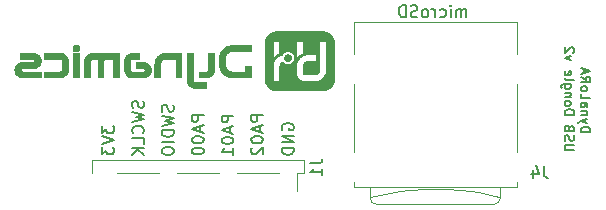
<source format=gbr>
%TF.GenerationSoftware,KiCad,Pcbnew,(5.1.9)-1*%
%TF.CreationDate,2021-02-10T11:15:13+01:00*%
%TF.ProjectId,DynaLoRa_Dongle,44796e61-4c6f-4526-915f-446f6e676c65,rev?*%
%TF.SameCoordinates,Original*%
%TF.FileFunction,Legend,Bot*%
%TF.FilePolarity,Positive*%
%FSLAX46Y46*%
G04 Gerber Fmt 4.6, Leading zero omitted, Abs format (unit mm)*
G04 Created by KiCad (PCBNEW (5.1.9)-1) date 2021-02-10 11:15:13*
%MOMM*%
%LPD*%
G01*
G04 APERTURE LIST*
%ADD10C,0.150000*%
%ADD11C,0.010000*%
%ADD12C,0.120000*%
G04 APERTURE END LIST*
D10*
X68256095Y52883342D02*
X67608476Y52883342D01*
X67532285Y52921438D01*
X67494190Y52959533D01*
X67456095Y53035723D01*
X67456095Y53188104D01*
X67494190Y53264295D01*
X67532285Y53302390D01*
X67608476Y53340485D01*
X68256095Y53340485D01*
X67494190Y53683342D02*
X67456095Y53797628D01*
X67456095Y53988104D01*
X67494190Y54064295D01*
X67532285Y54102390D01*
X67608476Y54140485D01*
X67684666Y54140485D01*
X67760857Y54102390D01*
X67798952Y54064295D01*
X67837047Y53988104D01*
X67875142Y53835723D01*
X67913238Y53759533D01*
X67951333Y53721438D01*
X68027523Y53683342D01*
X68103714Y53683342D01*
X68179904Y53721438D01*
X68218000Y53759533D01*
X68256095Y53835723D01*
X68256095Y54026200D01*
X68218000Y54140485D01*
X67875142Y54750009D02*
X67837047Y54864295D01*
X67798952Y54902390D01*
X67722761Y54940485D01*
X67608476Y54940485D01*
X67532285Y54902390D01*
X67494190Y54864295D01*
X67456095Y54788104D01*
X67456095Y54483342D01*
X68256095Y54483342D01*
X68256095Y54750009D01*
X68218000Y54826200D01*
X68179904Y54864295D01*
X68103714Y54902390D01*
X68027523Y54902390D01*
X67951333Y54864295D01*
X67913238Y54826200D01*
X67875142Y54750009D01*
X67875142Y54483342D01*
X67456095Y55892866D02*
X68256095Y55892866D01*
X68256095Y56083342D01*
X68218000Y56197628D01*
X68141809Y56273819D01*
X68065619Y56311914D01*
X67913238Y56350009D01*
X67798952Y56350009D01*
X67646571Y56311914D01*
X67570380Y56273819D01*
X67494190Y56197628D01*
X67456095Y56083342D01*
X67456095Y55892866D01*
X67456095Y56807152D02*
X67494190Y56730961D01*
X67532285Y56692866D01*
X67608476Y56654771D01*
X67837047Y56654771D01*
X67913238Y56692866D01*
X67951333Y56730961D01*
X67989428Y56807152D01*
X67989428Y56921438D01*
X67951333Y56997628D01*
X67913238Y57035723D01*
X67837047Y57073819D01*
X67608476Y57073819D01*
X67532285Y57035723D01*
X67494190Y56997628D01*
X67456095Y56921438D01*
X67456095Y56807152D01*
X67989428Y57416676D02*
X67456095Y57416676D01*
X67913238Y57416676D02*
X67951333Y57454771D01*
X67989428Y57530961D01*
X67989428Y57645247D01*
X67951333Y57721438D01*
X67875142Y57759533D01*
X67456095Y57759533D01*
X67989428Y58483342D02*
X67341809Y58483342D01*
X67265619Y58445247D01*
X67227523Y58407152D01*
X67189428Y58330961D01*
X67189428Y58216676D01*
X67227523Y58140485D01*
X67494190Y58483342D02*
X67456095Y58407152D01*
X67456095Y58254771D01*
X67494190Y58178580D01*
X67532285Y58140485D01*
X67608476Y58102390D01*
X67837047Y58102390D01*
X67913238Y58140485D01*
X67951333Y58178580D01*
X67989428Y58254771D01*
X67989428Y58407152D01*
X67951333Y58483342D01*
X67456095Y58978580D02*
X67494190Y58902390D01*
X67570380Y58864295D01*
X68256095Y58864295D01*
X67494190Y59588104D02*
X67456095Y59511914D01*
X67456095Y59359533D01*
X67494190Y59283342D01*
X67570380Y59245247D01*
X67875142Y59245247D01*
X67951333Y59283342D01*
X67989428Y59359533D01*
X67989428Y59511914D01*
X67951333Y59588104D01*
X67875142Y59626200D01*
X67798952Y59626200D01*
X67722761Y59245247D01*
X67989428Y60502390D02*
X67456095Y60692866D01*
X67989428Y60883342D01*
X68179904Y61150009D02*
X68218000Y61188104D01*
X68256095Y61264295D01*
X68256095Y61454771D01*
X68218000Y61530961D01*
X68179904Y61569057D01*
X68103714Y61607152D01*
X68027523Y61607152D01*
X67913238Y61569057D01*
X67456095Y61111914D01*
X67456095Y61607152D01*
X59145133Y64165219D02*
X59145133Y64831885D01*
X59145133Y64736647D02*
X59097514Y64784266D01*
X59002276Y64831885D01*
X58859419Y64831885D01*
X58764180Y64784266D01*
X58716561Y64689028D01*
X58716561Y64165219D01*
X58716561Y64689028D02*
X58668942Y64784266D01*
X58573704Y64831885D01*
X58430847Y64831885D01*
X58335609Y64784266D01*
X58287990Y64689028D01*
X58287990Y64165219D01*
X57811800Y64165219D02*
X57811800Y64831885D01*
X57811800Y65165219D02*
X57859419Y65117600D01*
X57811800Y65069980D01*
X57764180Y65117600D01*
X57811800Y65165219D01*
X57811800Y65069980D01*
X56907038Y64212838D02*
X57002276Y64165219D01*
X57192752Y64165219D01*
X57287990Y64212838D01*
X57335609Y64260457D01*
X57383228Y64355695D01*
X57383228Y64641409D01*
X57335609Y64736647D01*
X57287990Y64784266D01*
X57192752Y64831885D01*
X57002276Y64831885D01*
X56907038Y64784266D01*
X56478466Y64165219D02*
X56478466Y64831885D01*
X56478466Y64641409D02*
X56430847Y64736647D01*
X56383228Y64784266D01*
X56287990Y64831885D01*
X56192752Y64831885D01*
X55716561Y64165219D02*
X55811800Y64212838D01*
X55859419Y64260457D01*
X55907038Y64355695D01*
X55907038Y64641409D01*
X55859419Y64736647D01*
X55811800Y64784266D01*
X55716561Y64831885D01*
X55573704Y64831885D01*
X55478466Y64784266D01*
X55430847Y64736647D01*
X55383228Y64641409D01*
X55383228Y64355695D01*
X55430847Y64260457D01*
X55478466Y64212838D01*
X55573704Y64165219D01*
X55716561Y64165219D01*
X55002276Y64212838D02*
X54859419Y64165219D01*
X54621323Y64165219D01*
X54526085Y64212838D01*
X54478466Y64260457D01*
X54430847Y64355695D01*
X54430847Y64450933D01*
X54478466Y64546171D01*
X54526085Y64593790D01*
X54621323Y64641409D01*
X54811800Y64689028D01*
X54907038Y64736647D01*
X54954657Y64784266D01*
X55002276Y64879504D01*
X55002276Y64974742D01*
X54954657Y65069980D01*
X54907038Y65117600D01*
X54811800Y65165219D01*
X54573704Y65165219D01*
X54430847Y65117600D01*
X54002276Y64165219D02*
X54002276Y65165219D01*
X53764180Y65165219D01*
X53621323Y65117600D01*
X53526085Y65022361D01*
X53478466Y64927123D01*
X53430847Y64736647D01*
X53430847Y64593790D01*
X53478466Y64403314D01*
X53526085Y64308076D01*
X53621323Y64212838D01*
X53764180Y64165219D01*
X54002276Y64165219D01*
X43569000Y54609904D02*
X43521380Y54705142D01*
X43521380Y54848000D01*
X43569000Y54990857D01*
X43664238Y55086095D01*
X43759476Y55133714D01*
X43949952Y55181333D01*
X44092809Y55181333D01*
X44283285Y55133714D01*
X44378523Y55086095D01*
X44473761Y54990857D01*
X44521380Y54848000D01*
X44521380Y54752761D01*
X44473761Y54609904D01*
X44426142Y54562285D01*
X44092809Y54562285D01*
X44092809Y54752761D01*
X44521380Y54133714D02*
X43521380Y54133714D01*
X44521380Y53562285D01*
X43521380Y53562285D01*
X44521380Y53086095D02*
X43521380Y53086095D01*
X43521380Y52848000D01*
X43569000Y52705142D01*
X43664238Y52609904D01*
X43759476Y52562285D01*
X43949952Y52514666D01*
X44092809Y52514666D01*
X44283285Y52562285D01*
X44378523Y52609904D01*
X44473761Y52705142D01*
X44521380Y52848000D01*
X44521380Y53086095D01*
X41930580Y55871857D02*
X40930580Y55871857D01*
X40930580Y55490904D01*
X40978200Y55395666D01*
X41025819Y55348047D01*
X41121057Y55300428D01*
X41263914Y55300428D01*
X41359152Y55348047D01*
X41406771Y55395666D01*
X41454390Y55490904D01*
X41454390Y55871857D01*
X41644866Y54919476D02*
X41644866Y54443285D01*
X41930580Y55014714D02*
X40930580Y54681380D01*
X41930580Y54348047D01*
X40930580Y53824238D02*
X40930580Y53729000D01*
X40978200Y53633761D01*
X41025819Y53586142D01*
X41121057Y53538523D01*
X41311533Y53490904D01*
X41549628Y53490904D01*
X41740104Y53538523D01*
X41835342Y53586142D01*
X41882961Y53633761D01*
X41930580Y53729000D01*
X41930580Y53824238D01*
X41882961Y53919476D01*
X41835342Y53967095D01*
X41740104Y54014714D01*
X41549628Y54062333D01*
X41311533Y54062333D01*
X41121057Y54014714D01*
X41025819Y53967095D01*
X40978200Y53919476D01*
X40930580Y53824238D01*
X41025819Y53109952D02*
X40978200Y53062333D01*
X40930580Y52967095D01*
X40930580Y52729000D01*
X40978200Y52633761D01*
X41025819Y52586142D01*
X41121057Y52538523D01*
X41216295Y52538523D01*
X41359152Y52586142D01*
X41930580Y53157571D01*
X41930580Y52538523D01*
X39415980Y55821057D02*
X38415980Y55821057D01*
X38415980Y55440104D01*
X38463600Y55344866D01*
X38511219Y55297247D01*
X38606457Y55249628D01*
X38749314Y55249628D01*
X38844552Y55297247D01*
X38892171Y55344866D01*
X38939790Y55440104D01*
X38939790Y55821057D01*
X39130266Y54868676D02*
X39130266Y54392485D01*
X39415980Y54963914D02*
X38415980Y54630580D01*
X39415980Y54297247D01*
X38415980Y53773438D02*
X38415980Y53678200D01*
X38463600Y53582961D01*
X38511219Y53535342D01*
X38606457Y53487723D01*
X38796933Y53440104D01*
X39035028Y53440104D01*
X39225504Y53487723D01*
X39320742Y53535342D01*
X39368361Y53582961D01*
X39415980Y53678200D01*
X39415980Y53773438D01*
X39368361Y53868676D01*
X39320742Y53916295D01*
X39225504Y53963914D01*
X39035028Y54011533D01*
X38796933Y54011533D01*
X38606457Y53963914D01*
X38511219Y53916295D01*
X38463600Y53868676D01*
X38415980Y53773438D01*
X39415980Y52487723D02*
X39415980Y53059152D01*
X39415980Y52773438D02*
X38415980Y52773438D01*
X38558838Y52868676D01*
X38654076Y52963914D01*
X38701695Y53059152D01*
X36901380Y55871857D02*
X35901380Y55871857D01*
X35901380Y55490904D01*
X35949000Y55395666D01*
X35996619Y55348047D01*
X36091857Y55300428D01*
X36234714Y55300428D01*
X36329952Y55348047D01*
X36377571Y55395666D01*
X36425190Y55490904D01*
X36425190Y55871857D01*
X36615666Y54919476D02*
X36615666Y54443285D01*
X36901380Y55014714D02*
X35901380Y54681380D01*
X36901380Y54348047D01*
X35901380Y53824238D02*
X35901380Y53729000D01*
X35949000Y53633761D01*
X35996619Y53586142D01*
X36091857Y53538523D01*
X36282333Y53490904D01*
X36520428Y53490904D01*
X36710904Y53538523D01*
X36806142Y53586142D01*
X36853761Y53633761D01*
X36901380Y53729000D01*
X36901380Y53824238D01*
X36853761Y53919476D01*
X36806142Y53967095D01*
X36710904Y54014714D01*
X36520428Y54062333D01*
X36282333Y54062333D01*
X36091857Y54014714D01*
X35996619Y53967095D01*
X35949000Y53919476D01*
X35901380Y53824238D01*
X35901380Y52871857D02*
X35901380Y52776619D01*
X35949000Y52681380D01*
X35996619Y52633761D01*
X36091857Y52586142D01*
X36282333Y52538523D01*
X36520428Y52538523D01*
X36710904Y52586142D01*
X36806142Y52633761D01*
X36853761Y52681380D01*
X36901380Y52776619D01*
X36901380Y52871857D01*
X36853761Y52967095D01*
X36806142Y53014714D01*
X36710904Y53062333D01*
X36520428Y53109952D01*
X36282333Y53109952D01*
X36091857Y53062333D01*
X35996619Y53014714D01*
X35949000Y52967095D01*
X35901380Y52871857D01*
X34313761Y56729047D02*
X34361380Y56586190D01*
X34361380Y56348095D01*
X34313761Y56252857D01*
X34266142Y56205238D01*
X34170904Y56157619D01*
X34075666Y56157619D01*
X33980428Y56205238D01*
X33932809Y56252857D01*
X33885190Y56348095D01*
X33837571Y56538571D01*
X33789952Y56633809D01*
X33742333Y56681428D01*
X33647095Y56729047D01*
X33551857Y56729047D01*
X33456619Y56681428D01*
X33409000Y56633809D01*
X33361380Y56538571D01*
X33361380Y56300476D01*
X33409000Y56157619D01*
X33361380Y55824285D02*
X34361380Y55586190D01*
X33647095Y55395714D01*
X34361380Y55205238D01*
X33361380Y54967142D01*
X34361380Y54586190D02*
X33361380Y54586190D01*
X33361380Y54348095D01*
X33409000Y54205238D01*
X33504238Y54110000D01*
X33599476Y54062380D01*
X33789952Y54014761D01*
X33932809Y54014761D01*
X34123285Y54062380D01*
X34218523Y54110000D01*
X34313761Y54205238D01*
X34361380Y54348095D01*
X34361380Y54586190D01*
X34361380Y53586190D02*
X33361380Y53586190D01*
X33361380Y52919523D02*
X33361380Y52729047D01*
X33409000Y52633809D01*
X33504238Y52538571D01*
X33694714Y52490952D01*
X34028047Y52490952D01*
X34218523Y52538571D01*
X34313761Y52633809D01*
X34361380Y52729047D01*
X34361380Y52919523D01*
X34313761Y53014761D01*
X34218523Y53110000D01*
X34028047Y53157619D01*
X33694714Y53157619D01*
X33504238Y53110000D01*
X33409000Y53014761D01*
X33361380Y52919523D01*
X31799161Y57049704D02*
X31846780Y56906847D01*
X31846780Y56668752D01*
X31799161Y56573514D01*
X31751542Y56525895D01*
X31656304Y56478276D01*
X31561066Y56478276D01*
X31465828Y56525895D01*
X31418209Y56573514D01*
X31370590Y56668752D01*
X31322971Y56859228D01*
X31275352Y56954466D01*
X31227733Y57002085D01*
X31132495Y57049704D01*
X31037257Y57049704D01*
X30942019Y57002085D01*
X30894400Y56954466D01*
X30846780Y56859228D01*
X30846780Y56621133D01*
X30894400Y56478276D01*
X30846780Y56144942D02*
X31846780Y55906847D01*
X31132495Y55716371D01*
X31846780Y55525895D01*
X30846780Y55287800D01*
X31751542Y54335419D02*
X31799161Y54383038D01*
X31846780Y54525895D01*
X31846780Y54621133D01*
X31799161Y54763990D01*
X31703923Y54859228D01*
X31608685Y54906847D01*
X31418209Y54954466D01*
X31275352Y54954466D01*
X31084876Y54906847D01*
X30989638Y54859228D01*
X30894400Y54763990D01*
X30846780Y54621133D01*
X30846780Y54525895D01*
X30894400Y54383038D01*
X30942019Y54335419D01*
X31846780Y53430657D02*
X31846780Y53906847D01*
X30846780Y53906847D01*
X31846780Y53097323D02*
X30846780Y53097323D01*
X31846780Y52525895D02*
X31275352Y52954466D01*
X30846780Y52525895D02*
X31418209Y53097323D01*
X28281380Y54959095D02*
X28281380Y54340047D01*
X28662333Y54673380D01*
X28662333Y54530523D01*
X28709952Y54435285D01*
X28757571Y54387666D01*
X28852809Y54340047D01*
X29090904Y54340047D01*
X29186142Y54387666D01*
X29233761Y54435285D01*
X29281380Y54530523D01*
X29281380Y54816238D01*
X29233761Y54911476D01*
X29186142Y54959095D01*
X28281380Y54054333D02*
X29281380Y53721000D01*
X28281380Y53387666D01*
X28281380Y53149571D02*
X28281380Y52530523D01*
X28662333Y52863857D01*
X28662333Y52721000D01*
X28709952Y52625761D01*
X28757571Y52578142D01*
X28852809Y52530523D01*
X29090904Y52530523D01*
X29186142Y52578142D01*
X29233761Y52625761D01*
X29281380Y52721000D01*
X29281380Y53006714D01*
X29233761Y53101952D01*
X29186142Y53149571D01*
X68853095Y54432533D02*
X69653095Y54432533D01*
X69653095Y54623009D01*
X69615000Y54737295D01*
X69538809Y54813485D01*
X69462619Y54851580D01*
X69310238Y54889676D01*
X69195952Y54889676D01*
X69043571Y54851580D01*
X68967380Y54813485D01*
X68891190Y54737295D01*
X68853095Y54623009D01*
X68853095Y54432533D01*
X69386428Y55156342D02*
X68853095Y55346819D01*
X69386428Y55537295D02*
X68853095Y55346819D01*
X68662619Y55270628D01*
X68624523Y55232533D01*
X68586428Y55156342D01*
X69386428Y55842057D02*
X68853095Y55842057D01*
X69310238Y55842057D02*
X69348333Y55880152D01*
X69386428Y55956342D01*
X69386428Y56070628D01*
X69348333Y56146819D01*
X69272142Y56184914D01*
X68853095Y56184914D01*
X68853095Y56908723D02*
X69272142Y56908723D01*
X69348333Y56870628D01*
X69386428Y56794438D01*
X69386428Y56642057D01*
X69348333Y56565866D01*
X68891190Y56908723D02*
X68853095Y56832533D01*
X68853095Y56642057D01*
X68891190Y56565866D01*
X68967380Y56527771D01*
X69043571Y56527771D01*
X69119761Y56565866D01*
X69157857Y56642057D01*
X69157857Y56832533D01*
X69195952Y56908723D01*
X68853095Y57670628D02*
X68853095Y57289676D01*
X69653095Y57289676D01*
X68853095Y58051580D02*
X68891190Y57975390D01*
X68929285Y57937295D01*
X69005476Y57899200D01*
X69234047Y57899200D01*
X69310238Y57937295D01*
X69348333Y57975390D01*
X69386428Y58051580D01*
X69386428Y58165866D01*
X69348333Y58242057D01*
X69310238Y58280152D01*
X69234047Y58318247D01*
X69005476Y58318247D01*
X68929285Y58280152D01*
X68891190Y58242057D01*
X68853095Y58165866D01*
X68853095Y58051580D01*
X68853095Y59118247D02*
X69234047Y58851580D01*
X68853095Y58661104D02*
X69653095Y58661104D01*
X69653095Y58965866D01*
X69615000Y59042057D01*
X69576904Y59080152D01*
X69500714Y59118247D01*
X69386428Y59118247D01*
X69310238Y59080152D01*
X69272142Y59042057D01*
X69234047Y58965866D01*
X69234047Y58661104D01*
X69081666Y59423009D02*
X69081666Y59803961D01*
X68853095Y59346819D02*
X69653095Y59613485D01*
X68853095Y59880152D01*
D11*
%TO.C,G\u002A\u002A\u002A*%
G36*
X43960033Y61004203D02*
G01*
X43922137Y60993586D01*
X43885983Y60977868D01*
X43852190Y60957225D01*
X43821380Y60931831D01*
X43794171Y60901863D01*
X43771185Y60867495D01*
X43753040Y60828904D01*
X43740359Y60786263D01*
X43740013Y60784660D01*
X43737179Y60764104D01*
X43736056Y60739063D01*
X43736563Y60712086D01*
X43738617Y60685721D01*
X43742134Y60662516D01*
X43744280Y60653385D01*
X43758642Y60613623D01*
X43778776Y60576904D01*
X43803963Y60543728D01*
X43833487Y60514595D01*
X43866631Y60490004D01*
X43902677Y60470457D01*
X43940909Y60456451D01*
X43980610Y60448488D01*
X44021063Y60447066D01*
X44038157Y60448547D01*
X44071702Y60454316D01*
X44104841Y60462989D01*
X44135748Y60473942D01*
X44162596Y60486552D01*
X44178730Y60496550D01*
X44211604Y60524031D01*
X44240125Y60556054D01*
X44263651Y60591568D01*
X44281543Y60629523D01*
X44293159Y60668867D01*
X44296548Y60689882D01*
X44298528Y60736853D01*
X44293633Y60781804D01*
X44281954Y60824452D01*
X44263582Y60864515D01*
X44238608Y60901710D01*
X44221978Y60920963D01*
X44189255Y60950963D01*
X44153932Y60974635D01*
X44116630Y60992153D01*
X44077969Y61003694D01*
X44038569Y61009432D01*
X43999050Y61009543D01*
X43960033Y61004203D01*
G37*
X43960033Y61004203D02*
X43922137Y60993586D01*
X43885983Y60977868D01*
X43852190Y60957225D01*
X43821380Y60931831D01*
X43794171Y60901863D01*
X43771185Y60867495D01*
X43753040Y60828904D01*
X43740359Y60786263D01*
X43740013Y60784660D01*
X43737179Y60764104D01*
X43736056Y60739063D01*
X43736563Y60712086D01*
X43738617Y60685721D01*
X43742134Y60662516D01*
X43744280Y60653385D01*
X43758642Y60613623D01*
X43778776Y60576904D01*
X43803963Y60543728D01*
X43833487Y60514595D01*
X43866631Y60490004D01*
X43902677Y60470457D01*
X43940909Y60456451D01*
X43980610Y60448488D01*
X44021063Y60447066D01*
X44038157Y60448547D01*
X44071702Y60454316D01*
X44104841Y60462989D01*
X44135748Y60473942D01*
X44162596Y60486552D01*
X44178730Y60496550D01*
X44211604Y60524031D01*
X44240125Y60556054D01*
X44263651Y60591568D01*
X44281543Y60629523D01*
X44293159Y60668867D01*
X44296548Y60689882D01*
X44298528Y60736853D01*
X44293633Y60781804D01*
X44281954Y60824452D01*
X44263582Y60864515D01*
X44238608Y60901710D01*
X44221978Y60920963D01*
X44189255Y60950963D01*
X44153932Y60974635D01*
X44116630Y60992153D01*
X44077969Y61003694D01*
X44038569Y61009432D01*
X43999050Y61009543D01*
X43960033Y61004203D01*
G36*
X25907310Y61778989D02*
G01*
X25887977Y61766694D01*
X25869937Y61750168D01*
X25855087Y61731447D01*
X25845326Y61712569D01*
X25845263Y61712393D01*
X25843663Y61707359D01*
X25842350Y61701592D01*
X25841296Y61694370D01*
X25840476Y61684971D01*
X25839862Y61672676D01*
X25839429Y61656762D01*
X25839150Y61636510D01*
X25838999Y61611197D01*
X25838950Y61580102D01*
X25838975Y61542506D01*
X25838978Y61540586D01*
X25839186Y61386976D01*
X25848663Y61365859D01*
X25861391Y61344797D01*
X25879183Y61325279D01*
X25899872Y61309478D01*
X25910840Y61303550D01*
X25915244Y61301615D01*
X25919769Y61300019D01*
X25925136Y61298727D01*
X25932068Y61297700D01*
X25941286Y61296904D01*
X25953511Y61296299D01*
X25969467Y61295851D01*
X25989874Y61295522D01*
X26015455Y61295275D01*
X26046931Y61295073D01*
X26080357Y61294902D01*
X26120790Y61294764D01*
X26154528Y61294783D01*
X26182131Y61294975D01*
X26204160Y61295351D01*
X26221175Y61295925D01*
X26233737Y61296709D01*
X26242406Y61297718D01*
X26247271Y61298805D01*
X26274214Y61311125D01*
X26297303Y61329285D01*
X26315639Y61352494D01*
X26322201Y61364585D01*
X26332537Y61386357D01*
X26332537Y61698414D01*
X26322201Y61720185D01*
X26308025Y61742706D01*
X26288805Y61762760D01*
X26266671Y61778233D01*
X26260609Y61781287D01*
X26256329Y61783174D01*
X26251945Y61784732D01*
X26246750Y61785991D01*
X26240040Y61786983D01*
X26231109Y61787741D01*
X26219250Y61788296D01*
X26203757Y61788679D01*
X26183927Y61788922D01*
X26159051Y61789057D01*
X26128425Y61789115D01*
X26091343Y61789128D01*
X25927957Y61789128D01*
X25907310Y61778989D01*
G37*
X25907310Y61778989D02*
X25887977Y61766694D01*
X25869937Y61750168D01*
X25855087Y61731447D01*
X25845326Y61712569D01*
X25845263Y61712393D01*
X25843663Y61707359D01*
X25842350Y61701592D01*
X25841296Y61694370D01*
X25840476Y61684971D01*
X25839862Y61672676D01*
X25839429Y61656762D01*
X25839150Y61636510D01*
X25838999Y61611197D01*
X25838950Y61580102D01*
X25838975Y61542506D01*
X25838978Y61540586D01*
X25839186Y61386976D01*
X25848663Y61365859D01*
X25861391Y61344797D01*
X25879183Y61325279D01*
X25899872Y61309478D01*
X25910840Y61303550D01*
X25915244Y61301615D01*
X25919769Y61300019D01*
X25925136Y61298727D01*
X25932068Y61297700D01*
X25941286Y61296904D01*
X25953511Y61296299D01*
X25969467Y61295851D01*
X25989874Y61295522D01*
X26015455Y61295275D01*
X26046931Y61295073D01*
X26080357Y61294902D01*
X26120790Y61294764D01*
X26154528Y61294783D01*
X26182131Y61294975D01*
X26204160Y61295351D01*
X26221175Y61295925D01*
X26233737Y61296709D01*
X26242406Y61297718D01*
X26247271Y61298805D01*
X26274214Y61311125D01*
X26297303Y61329285D01*
X26315639Y61352494D01*
X26322201Y61364585D01*
X26332537Y61386357D01*
X26332537Y61698414D01*
X26322201Y61720185D01*
X26308025Y61742706D01*
X26288805Y61762760D01*
X26266671Y61778233D01*
X26260609Y61781287D01*
X26256329Y61783174D01*
X26251945Y61784732D01*
X26246750Y61785991D01*
X26240040Y61786983D01*
X26231109Y61787741D01*
X26219250Y61788296D01*
X26203757Y61788679D01*
X26183927Y61788922D01*
X26159051Y61789057D01*
X26128425Y61789115D01*
X26091343Y61789128D01*
X25927957Y61789128D01*
X25907310Y61778989D01*
G36*
X21383171Y61123285D02*
G01*
X21383171Y60622543D01*
X21905362Y60622543D01*
X21977273Y60622540D01*
X22042291Y60622530D01*
X22100781Y60622508D01*
X22153109Y60622468D01*
X22199637Y60622407D01*
X22240732Y60622318D01*
X22276758Y60622199D01*
X22308079Y60622043D01*
X22335061Y60621847D01*
X22358067Y60621605D01*
X22377463Y60621313D01*
X22393613Y60620966D01*
X22406882Y60620559D01*
X22417634Y60620087D01*
X22426235Y60619547D01*
X22433048Y60618932D01*
X22438439Y60618239D01*
X22442772Y60617463D01*
X22446412Y60616599D01*
X22449723Y60615642D01*
X22450238Y60615482D01*
X22479236Y60602949D01*
X22504032Y60585197D01*
X22524140Y60563114D01*
X22539074Y60537587D01*
X22548350Y60509504D01*
X22551480Y60479752D01*
X22547979Y60449219D01*
X22545808Y60440866D01*
X22534238Y60413054D01*
X22517104Y60387965D01*
X22495613Y60367082D01*
X22475150Y60353916D01*
X22470228Y60351417D01*
X22465497Y60349164D01*
X22460578Y60347143D01*
X22455089Y60345340D01*
X22448652Y60343745D01*
X22440885Y60342343D01*
X22431408Y60341122D01*
X22419841Y60340070D01*
X22405804Y60339174D01*
X22388917Y60338421D01*
X22368798Y60337798D01*
X22345068Y60337292D01*
X22317347Y60336892D01*
X22285255Y60336583D01*
X22248410Y60336355D01*
X22206434Y60336193D01*
X22158944Y60336085D01*
X22105563Y60336019D01*
X22045908Y60335981D01*
X21979600Y60335960D01*
X21937344Y60335949D01*
X21871499Y60335907D01*
X21808963Y60335813D01*
X21750079Y60335671D01*
X21695190Y60335483D01*
X21644640Y60335251D01*
X21598771Y60334978D01*
X21557927Y60334667D01*
X21522450Y60334320D01*
X21492685Y60333939D01*
X21468973Y60333526D01*
X21451659Y60333085D01*
X21441086Y60332618D01*
X21438415Y60332372D01*
X21371067Y60319254D01*
X21306416Y60299485D01*
X21244799Y60273257D01*
X21186551Y60240760D01*
X21132008Y60202188D01*
X21081505Y60157731D01*
X21035378Y60107580D01*
X21027327Y60097664D01*
X20989082Y60043987D01*
X20956041Y59985916D01*
X20928713Y59924590D01*
X20907604Y59861146D01*
X20893277Y59797043D01*
X20890572Y59780144D01*
X20888608Y59765176D01*
X20887310Y59750560D01*
X20886600Y59734713D01*
X20886401Y59716056D01*
X20886636Y59693008D01*
X20887091Y59670043D01*
X20887924Y59639700D01*
X20888999Y59615256D01*
X20890427Y59595354D01*
X20892317Y59578637D01*
X20894779Y59563748D01*
X20896334Y59556227D01*
X20914213Y59491195D01*
X20938341Y59429560D01*
X20968401Y59371627D01*
X21004078Y59317701D01*
X21045054Y59268088D01*
X21091013Y59223092D01*
X21141638Y59183020D01*
X21196614Y59148175D01*
X21255623Y59118863D01*
X21318350Y59095389D01*
X21384477Y59078059D01*
X21394337Y59076073D01*
X21435785Y59068036D01*
X22272171Y59066893D01*
X23108557Y59065751D01*
X23107676Y59304397D01*
X23107524Y59345430D01*
X23107380Y59384367D01*
X23107246Y59420593D01*
X23107124Y59453494D01*
X23107016Y59482457D01*
X23106924Y59506867D01*
X23106852Y59526110D01*
X23106801Y59539571D01*
X23106773Y59546637D01*
X23106769Y59547538D01*
X23105428Y59548067D01*
X23101251Y59548560D01*
X23093999Y59549017D01*
X23083432Y59549442D01*
X23069312Y59549834D01*
X23051399Y59550197D01*
X23029452Y59550531D01*
X23003234Y59550838D01*
X22972504Y59551120D01*
X22937024Y59551379D01*
X22896553Y59551616D01*
X22850852Y59551833D01*
X22799682Y59552031D01*
X22742804Y59552212D01*
X22679978Y59552379D01*
X22610964Y59552532D01*
X22535524Y59552673D01*
X22453417Y59552804D01*
X22364405Y59552926D01*
X22320250Y59552981D01*
X21533757Y59553928D01*
X21508357Y59566335D01*
X21479901Y59584072D01*
X21456421Y59606657D01*
X21438383Y59633268D01*
X21426255Y59663085D01*
X21420504Y59695285D01*
X21420656Y59720487D01*
X21426644Y59750330D01*
X21438957Y59777689D01*
X21456880Y59801831D01*
X21479695Y59822022D01*
X21506684Y59837525D01*
X21537130Y59847607D01*
X21546527Y59849416D01*
X21554297Y59850059D01*
X21569300Y59850644D01*
X21591512Y59851171D01*
X21620907Y59851639D01*
X21657462Y59852048D01*
X21701152Y59852398D01*
X21751953Y59852689D01*
X21809841Y59852920D01*
X21874791Y59853092D01*
X21946780Y59853203D01*
X22025782Y59853255D01*
X22049014Y59853259D01*
X22117889Y59853266D01*
X22179906Y59853284D01*
X22235463Y59853317D01*
X22284961Y59853371D01*
X22328799Y59853452D01*
X22367375Y59853565D01*
X22401088Y59853715D01*
X22430338Y59853908D01*
X22455524Y59854149D01*
X22477045Y59854444D01*
X22495299Y59854798D01*
X22510687Y59855217D01*
X22523607Y59855705D01*
X22534458Y59856270D01*
X22543640Y59856915D01*
X22551552Y59857647D01*
X22558592Y59858471D01*
X22565160Y59859392D01*
X22571528Y59860395D01*
X22637793Y59874740D01*
X22701436Y59895549D01*
X22762027Y59922510D01*
X22819140Y59955306D01*
X22872346Y59993625D01*
X22921216Y60037150D01*
X22965324Y60085569D01*
X23004241Y60138566D01*
X23037538Y60195828D01*
X23042931Y60206623D01*
X23068782Y60266254D01*
X23088108Y60326147D01*
X23101467Y60388145D01*
X23104936Y60411437D01*
X23106662Y60431254D01*
X23107483Y60456238D01*
X23107442Y60484361D01*
X23106583Y60513598D01*
X23104952Y60541919D01*
X23102593Y60567299D01*
X23101310Y60577185D01*
X23088278Y60642528D01*
X23068661Y60705366D01*
X23042816Y60765318D01*
X23011097Y60822004D01*
X22973859Y60875043D01*
X22931459Y60924052D01*
X22884250Y60968652D01*
X22832590Y61008461D01*
X22776832Y61043098D01*
X22717332Y61072182D01*
X22654446Y61095332D01*
X22606000Y61108405D01*
X22597433Y61110329D01*
X22589043Y61112080D01*
X22580465Y61113666D01*
X22571337Y61115095D01*
X22561294Y61116376D01*
X22549974Y61117515D01*
X22537013Y61118522D01*
X22522047Y61119405D01*
X22504713Y61120172D01*
X22484648Y61120830D01*
X22461488Y61121389D01*
X22434870Y61121856D01*
X22404430Y61122240D01*
X22369804Y61122548D01*
X22330630Y61122790D01*
X22286544Y61122972D01*
X22237182Y61123103D01*
X22182180Y61123192D01*
X22121177Y61123247D01*
X22053807Y61123275D01*
X21979708Y61123285D01*
X21943928Y61123286D01*
X21383171Y61123285D01*
G37*
X21383171Y61123285D02*
X21383171Y60622543D01*
X21905362Y60622543D01*
X21977273Y60622540D01*
X22042291Y60622530D01*
X22100781Y60622508D01*
X22153109Y60622468D01*
X22199637Y60622407D01*
X22240732Y60622318D01*
X22276758Y60622199D01*
X22308079Y60622043D01*
X22335061Y60621847D01*
X22358067Y60621605D01*
X22377463Y60621313D01*
X22393613Y60620966D01*
X22406882Y60620559D01*
X22417634Y60620087D01*
X22426235Y60619547D01*
X22433048Y60618932D01*
X22438439Y60618239D01*
X22442772Y60617463D01*
X22446412Y60616599D01*
X22449723Y60615642D01*
X22450238Y60615482D01*
X22479236Y60602949D01*
X22504032Y60585197D01*
X22524140Y60563114D01*
X22539074Y60537587D01*
X22548350Y60509504D01*
X22551480Y60479752D01*
X22547979Y60449219D01*
X22545808Y60440866D01*
X22534238Y60413054D01*
X22517104Y60387965D01*
X22495613Y60367082D01*
X22475150Y60353916D01*
X22470228Y60351417D01*
X22465497Y60349164D01*
X22460578Y60347143D01*
X22455089Y60345340D01*
X22448652Y60343745D01*
X22440885Y60342343D01*
X22431408Y60341122D01*
X22419841Y60340070D01*
X22405804Y60339174D01*
X22388917Y60338421D01*
X22368798Y60337798D01*
X22345068Y60337292D01*
X22317347Y60336892D01*
X22285255Y60336583D01*
X22248410Y60336355D01*
X22206434Y60336193D01*
X22158944Y60336085D01*
X22105563Y60336019D01*
X22045908Y60335981D01*
X21979600Y60335960D01*
X21937344Y60335949D01*
X21871499Y60335907D01*
X21808963Y60335813D01*
X21750079Y60335671D01*
X21695190Y60335483D01*
X21644640Y60335251D01*
X21598771Y60334978D01*
X21557927Y60334667D01*
X21522450Y60334320D01*
X21492685Y60333939D01*
X21468973Y60333526D01*
X21451659Y60333085D01*
X21441086Y60332618D01*
X21438415Y60332372D01*
X21371067Y60319254D01*
X21306416Y60299485D01*
X21244799Y60273257D01*
X21186551Y60240760D01*
X21132008Y60202188D01*
X21081505Y60157731D01*
X21035378Y60107580D01*
X21027327Y60097664D01*
X20989082Y60043987D01*
X20956041Y59985916D01*
X20928713Y59924590D01*
X20907604Y59861146D01*
X20893277Y59797043D01*
X20890572Y59780144D01*
X20888608Y59765176D01*
X20887310Y59750560D01*
X20886600Y59734713D01*
X20886401Y59716056D01*
X20886636Y59693008D01*
X20887091Y59670043D01*
X20887924Y59639700D01*
X20888999Y59615256D01*
X20890427Y59595354D01*
X20892317Y59578637D01*
X20894779Y59563748D01*
X20896334Y59556227D01*
X20914213Y59491195D01*
X20938341Y59429560D01*
X20968401Y59371627D01*
X21004078Y59317701D01*
X21045054Y59268088D01*
X21091013Y59223092D01*
X21141638Y59183020D01*
X21196614Y59148175D01*
X21255623Y59118863D01*
X21318350Y59095389D01*
X21384477Y59078059D01*
X21394337Y59076073D01*
X21435785Y59068036D01*
X22272171Y59066893D01*
X23108557Y59065751D01*
X23107676Y59304397D01*
X23107524Y59345430D01*
X23107380Y59384367D01*
X23107246Y59420593D01*
X23107124Y59453494D01*
X23107016Y59482457D01*
X23106924Y59506867D01*
X23106852Y59526110D01*
X23106801Y59539571D01*
X23106773Y59546637D01*
X23106769Y59547538D01*
X23105428Y59548067D01*
X23101251Y59548560D01*
X23093999Y59549017D01*
X23083432Y59549442D01*
X23069312Y59549834D01*
X23051399Y59550197D01*
X23029452Y59550531D01*
X23003234Y59550838D01*
X22972504Y59551120D01*
X22937024Y59551379D01*
X22896553Y59551616D01*
X22850852Y59551833D01*
X22799682Y59552031D01*
X22742804Y59552212D01*
X22679978Y59552379D01*
X22610964Y59552532D01*
X22535524Y59552673D01*
X22453417Y59552804D01*
X22364405Y59552926D01*
X22320250Y59552981D01*
X21533757Y59553928D01*
X21508357Y59566335D01*
X21479901Y59584072D01*
X21456421Y59606657D01*
X21438383Y59633268D01*
X21426255Y59663085D01*
X21420504Y59695285D01*
X21420656Y59720487D01*
X21426644Y59750330D01*
X21438957Y59777689D01*
X21456880Y59801831D01*
X21479695Y59822022D01*
X21506684Y59837525D01*
X21537130Y59847607D01*
X21546527Y59849416D01*
X21554297Y59850059D01*
X21569300Y59850644D01*
X21591512Y59851171D01*
X21620907Y59851639D01*
X21657462Y59852048D01*
X21701152Y59852398D01*
X21751953Y59852689D01*
X21809841Y59852920D01*
X21874791Y59853092D01*
X21946780Y59853203D01*
X22025782Y59853255D01*
X22049014Y59853259D01*
X22117889Y59853266D01*
X22179906Y59853284D01*
X22235463Y59853317D01*
X22284961Y59853371D01*
X22328799Y59853452D01*
X22367375Y59853565D01*
X22401088Y59853715D01*
X22430338Y59853908D01*
X22455524Y59854149D01*
X22477045Y59854444D01*
X22495299Y59854798D01*
X22510687Y59855217D01*
X22523607Y59855705D01*
X22534458Y59856270D01*
X22543640Y59856915D01*
X22551552Y59857647D01*
X22558592Y59858471D01*
X22565160Y59859392D01*
X22571528Y59860395D01*
X22637793Y59874740D01*
X22701436Y59895549D01*
X22762027Y59922510D01*
X22819140Y59955306D01*
X22872346Y59993625D01*
X22921216Y60037150D01*
X22965324Y60085569D01*
X23004241Y60138566D01*
X23037538Y60195828D01*
X23042931Y60206623D01*
X23068782Y60266254D01*
X23088108Y60326147D01*
X23101467Y60388145D01*
X23104936Y60411437D01*
X23106662Y60431254D01*
X23107483Y60456238D01*
X23107442Y60484361D01*
X23106583Y60513598D01*
X23104952Y60541919D01*
X23102593Y60567299D01*
X23101310Y60577185D01*
X23088278Y60642528D01*
X23068661Y60705366D01*
X23042816Y60765318D01*
X23011097Y60822004D01*
X22973859Y60875043D01*
X22931459Y60924052D01*
X22884250Y60968652D01*
X22832590Y61008461D01*
X22776832Y61043098D01*
X22717332Y61072182D01*
X22654446Y61095332D01*
X22606000Y61108405D01*
X22597433Y61110329D01*
X22589043Y61112080D01*
X22580465Y61113666D01*
X22571337Y61115095D01*
X22561294Y61116376D01*
X22549974Y61117515D01*
X22537013Y61118522D01*
X22522047Y61119405D01*
X22504713Y61120172D01*
X22484648Y61120830D01*
X22461488Y61121389D01*
X22434870Y61121856D01*
X22404430Y61122240D01*
X22369804Y61122548D01*
X22330630Y61122790D01*
X22286544Y61122972D01*
X22237182Y61123103D01*
X22182180Y61123192D01*
X22121177Y61123247D01*
X22053807Y61123275D01*
X21979708Y61123285D01*
X21943928Y61123286D01*
X21383171Y61123285D01*
G36*
X23364371Y60622668D02*
G01*
X24065592Y60621698D01*
X24149518Y60621580D01*
X24226496Y60621466D01*
X24296837Y60621352D01*
X24360849Y60621234D01*
X24418843Y60621111D01*
X24471128Y60620978D01*
X24518014Y60620832D01*
X24559811Y60620670D01*
X24596828Y60620488D01*
X24629375Y60620283D01*
X24657762Y60620052D01*
X24682298Y60619792D01*
X24703292Y60619498D01*
X24721056Y60619169D01*
X24735898Y60618800D01*
X24748128Y60618388D01*
X24758056Y60617931D01*
X24765991Y60617424D01*
X24772243Y60616864D01*
X24777121Y60616248D01*
X24780937Y60615572D01*
X24783998Y60614835D01*
X24786615Y60614031D01*
X24786771Y60613978D01*
X24810109Y60605015D01*
X24828847Y60595057D01*
X24845621Y60582592D01*
X24852906Y60576067D01*
X24868063Y60560166D01*
X24879576Y60543547D01*
X24888732Y60523984D01*
X24896320Y60500985D01*
X24904700Y60471957D01*
X24904700Y60090957D01*
X24904694Y60029783D01*
X24904671Y59975432D01*
X24904624Y59927471D01*
X24904547Y59885467D01*
X24904432Y59848986D01*
X24904272Y59817594D01*
X24904061Y59790858D01*
X24903791Y59768345D01*
X24903456Y59749621D01*
X24903048Y59734252D01*
X24902561Y59721804D01*
X24901987Y59711846D01*
X24901320Y59703941D01*
X24900552Y59697659D01*
X24899677Y59692563D01*
X24898688Y59688222D01*
X24898196Y59686371D01*
X24888717Y59657518D01*
X24877374Y59634073D01*
X24863206Y59614240D01*
X24854674Y59605029D01*
X24833304Y59586825D01*
X24809309Y59572902D01*
X24780829Y59562256D01*
X24769514Y59559134D01*
X24766042Y59558287D01*
X24762323Y59557511D01*
X24758041Y59556803D01*
X24752879Y59556159D01*
X24746522Y59555577D01*
X24738652Y59555054D01*
X24728954Y59554587D01*
X24717111Y59554171D01*
X24702806Y59553805D01*
X24685723Y59553485D01*
X24665545Y59553208D01*
X24641957Y59552971D01*
X24614641Y59552771D01*
X24583282Y59552605D01*
X24547562Y59552469D01*
X24507166Y59552361D01*
X24461778Y59552277D01*
X24411079Y59552215D01*
X24354755Y59552171D01*
X24292489Y59552141D01*
X24223964Y59552124D01*
X24148863Y59552116D01*
X24066872Y59552114D01*
X24053485Y59552114D01*
X23970242Y59552111D01*
X23893953Y59552100D01*
X23824318Y59552079D01*
X23761034Y59552045D01*
X23703800Y59551995D01*
X23652313Y59551926D01*
X23606271Y59551837D01*
X23565373Y59551723D01*
X23529316Y59551583D01*
X23497798Y59551415D01*
X23470518Y59551214D01*
X23447174Y59550979D01*
X23427464Y59550707D01*
X23411085Y59550396D01*
X23397736Y59550042D01*
X23387114Y59549643D01*
X23378919Y59549196D01*
X23372847Y59548699D01*
X23368597Y59548149D01*
X23365867Y59547543D01*
X23364355Y59546879D01*
X23363760Y59546154D01*
X23363730Y59546037D01*
X23363542Y59541441D01*
X23363392Y59530210D01*
X23363281Y59512966D01*
X23363209Y59490329D01*
X23363177Y59462923D01*
X23363185Y59431368D01*
X23363234Y59396287D01*
X23363325Y59358302D01*
X23363457Y59318033D01*
X23363516Y59302923D01*
X23364474Y59065885D01*
X24067458Y59066360D01*
X24140006Y59066426D01*
X24210649Y59066523D01*
X24279030Y59066649D01*
X24344790Y59066802D01*
X24407574Y59066981D01*
X24467024Y59067184D01*
X24522781Y59067409D01*
X24574490Y59067654D01*
X24621793Y59067917D01*
X24664333Y59068197D01*
X24701752Y59068491D01*
X24733693Y59068799D01*
X24759798Y59069117D01*
X24779711Y59069444D01*
X24793075Y59069778D01*
X24799471Y59070111D01*
X24861850Y59079852D01*
X24923723Y59094721D01*
X24983748Y59114249D01*
X25040578Y59137967D01*
X25092870Y59165406D01*
X25118785Y59181629D01*
X25169935Y59219891D01*
X25217315Y59263610D01*
X25260398Y59312022D01*
X25298659Y59364361D01*
X25331573Y59419862D01*
X25358614Y59477761D01*
X25379256Y59537291D01*
X25388511Y59574219D01*
X25391062Y59586264D01*
X25393343Y59597527D01*
X25395369Y59608465D01*
X25397155Y59619533D01*
X25398717Y59631188D01*
X25400069Y59643884D01*
X25401226Y59658079D01*
X25402205Y59674227D01*
X25403018Y59692785D01*
X25403683Y59714209D01*
X25404214Y59738954D01*
X25404625Y59767477D01*
X25404933Y59800232D01*
X25405152Y59837677D01*
X25405297Y59880267D01*
X25405383Y59928457D01*
X25405427Y59982705D01*
X25405441Y60043465D01*
X25405442Y60085514D01*
X25405436Y60148931D01*
X25405411Y60205528D01*
X25405361Y60255741D01*
X25405281Y60300007D01*
X25405163Y60338761D01*
X25405003Y60372442D01*
X25404792Y60401485D01*
X25404525Y60426326D01*
X25404195Y60447404D01*
X25403797Y60465153D01*
X25403323Y60480011D01*
X25402768Y60492414D01*
X25402124Y60502799D01*
X25401386Y60511603D01*
X25400548Y60519261D01*
X25399602Y60526211D01*
X25398966Y60530313D01*
X25384390Y60601154D01*
X25364065Y60669169D01*
X25338260Y60733884D01*
X25307245Y60794827D01*
X25271292Y60851525D01*
X25230670Y60903503D01*
X25185648Y60950289D01*
X25136498Y60991410D01*
X25135226Y60992356D01*
X25082111Y61027405D01*
X25023929Y61057674D01*
X24961287Y61082908D01*
X24894792Y61102850D01*
X24848457Y61113111D01*
X24806728Y61121096D01*
X24085550Y61122277D01*
X23364371Y61123458D01*
X23364371Y60622668D01*
G37*
X23364371Y60622668D02*
X24065592Y60621698D01*
X24149518Y60621580D01*
X24226496Y60621466D01*
X24296837Y60621352D01*
X24360849Y60621234D01*
X24418843Y60621111D01*
X24471128Y60620978D01*
X24518014Y60620832D01*
X24559811Y60620670D01*
X24596828Y60620488D01*
X24629375Y60620283D01*
X24657762Y60620052D01*
X24682298Y60619792D01*
X24703292Y60619498D01*
X24721056Y60619169D01*
X24735898Y60618800D01*
X24748128Y60618388D01*
X24758056Y60617931D01*
X24765991Y60617424D01*
X24772243Y60616864D01*
X24777121Y60616248D01*
X24780937Y60615572D01*
X24783998Y60614835D01*
X24786615Y60614031D01*
X24786771Y60613978D01*
X24810109Y60605015D01*
X24828847Y60595057D01*
X24845621Y60582592D01*
X24852906Y60576067D01*
X24868063Y60560166D01*
X24879576Y60543547D01*
X24888732Y60523984D01*
X24896320Y60500985D01*
X24904700Y60471957D01*
X24904700Y60090957D01*
X24904694Y60029783D01*
X24904671Y59975432D01*
X24904624Y59927471D01*
X24904547Y59885467D01*
X24904432Y59848986D01*
X24904272Y59817594D01*
X24904061Y59790858D01*
X24903791Y59768345D01*
X24903456Y59749621D01*
X24903048Y59734252D01*
X24902561Y59721804D01*
X24901987Y59711846D01*
X24901320Y59703941D01*
X24900552Y59697659D01*
X24899677Y59692563D01*
X24898688Y59688222D01*
X24898196Y59686371D01*
X24888717Y59657518D01*
X24877374Y59634073D01*
X24863206Y59614240D01*
X24854674Y59605029D01*
X24833304Y59586825D01*
X24809309Y59572902D01*
X24780829Y59562256D01*
X24769514Y59559134D01*
X24766042Y59558287D01*
X24762323Y59557511D01*
X24758041Y59556803D01*
X24752879Y59556159D01*
X24746522Y59555577D01*
X24738652Y59555054D01*
X24728954Y59554587D01*
X24717111Y59554171D01*
X24702806Y59553805D01*
X24685723Y59553485D01*
X24665545Y59553208D01*
X24641957Y59552971D01*
X24614641Y59552771D01*
X24583282Y59552605D01*
X24547562Y59552469D01*
X24507166Y59552361D01*
X24461778Y59552277D01*
X24411079Y59552215D01*
X24354755Y59552171D01*
X24292489Y59552141D01*
X24223964Y59552124D01*
X24148863Y59552116D01*
X24066872Y59552114D01*
X24053485Y59552114D01*
X23970242Y59552111D01*
X23893953Y59552100D01*
X23824318Y59552079D01*
X23761034Y59552045D01*
X23703800Y59551995D01*
X23652313Y59551926D01*
X23606271Y59551837D01*
X23565373Y59551723D01*
X23529316Y59551583D01*
X23497798Y59551415D01*
X23470518Y59551214D01*
X23447174Y59550979D01*
X23427464Y59550707D01*
X23411085Y59550396D01*
X23397736Y59550042D01*
X23387114Y59549643D01*
X23378919Y59549196D01*
X23372847Y59548699D01*
X23368597Y59548149D01*
X23365867Y59547543D01*
X23364355Y59546879D01*
X23363760Y59546154D01*
X23363730Y59546037D01*
X23363542Y59541441D01*
X23363392Y59530210D01*
X23363281Y59512966D01*
X23363209Y59490329D01*
X23363177Y59462923D01*
X23363185Y59431368D01*
X23363234Y59396287D01*
X23363325Y59358302D01*
X23363457Y59318033D01*
X23363516Y59302923D01*
X23364474Y59065885D01*
X24067458Y59066360D01*
X24140006Y59066426D01*
X24210649Y59066523D01*
X24279030Y59066649D01*
X24344790Y59066802D01*
X24407574Y59066981D01*
X24467024Y59067184D01*
X24522781Y59067409D01*
X24574490Y59067654D01*
X24621793Y59067917D01*
X24664333Y59068197D01*
X24701752Y59068491D01*
X24733693Y59068799D01*
X24759798Y59069117D01*
X24779711Y59069444D01*
X24793075Y59069778D01*
X24799471Y59070111D01*
X24861850Y59079852D01*
X24923723Y59094721D01*
X24983748Y59114249D01*
X25040578Y59137967D01*
X25092870Y59165406D01*
X25118785Y59181629D01*
X25169935Y59219891D01*
X25217315Y59263610D01*
X25260398Y59312022D01*
X25298659Y59364361D01*
X25331573Y59419862D01*
X25358614Y59477761D01*
X25379256Y59537291D01*
X25388511Y59574219D01*
X25391062Y59586264D01*
X25393343Y59597527D01*
X25395369Y59608465D01*
X25397155Y59619533D01*
X25398717Y59631188D01*
X25400069Y59643884D01*
X25401226Y59658079D01*
X25402205Y59674227D01*
X25403018Y59692785D01*
X25403683Y59714209D01*
X25404214Y59738954D01*
X25404625Y59767477D01*
X25404933Y59800232D01*
X25405152Y59837677D01*
X25405297Y59880267D01*
X25405383Y59928457D01*
X25405427Y59982705D01*
X25405441Y60043465D01*
X25405442Y60085514D01*
X25405436Y60148931D01*
X25405411Y60205528D01*
X25405361Y60255741D01*
X25405281Y60300007D01*
X25405163Y60338761D01*
X25405003Y60372442D01*
X25404792Y60401485D01*
X25404525Y60426326D01*
X25404195Y60447404D01*
X25403797Y60465153D01*
X25403323Y60480011D01*
X25402768Y60492414D01*
X25402124Y60502799D01*
X25401386Y60511603D01*
X25400548Y60519261D01*
X25399602Y60526211D01*
X25398966Y60530313D01*
X25384390Y60601154D01*
X25364065Y60669169D01*
X25338260Y60733884D01*
X25307245Y60794827D01*
X25271292Y60851525D01*
X25230670Y60903503D01*
X25185648Y60950289D01*
X25136498Y60991410D01*
X25135226Y60992356D01*
X25082111Y61027405D01*
X25023929Y61057674D01*
X24961287Y61082908D01*
X24894792Y61102850D01*
X24848457Y61113111D01*
X24806728Y61121096D01*
X24085550Y61122277D01*
X23364371Y61123458D01*
X23364371Y60622668D01*
G36*
X25842685Y59065885D02*
G01*
X26328914Y59065885D01*
X26328914Y61123285D01*
X25842685Y61123285D01*
X25842685Y59065885D01*
G37*
X25842685Y59065885D02*
X26328914Y59065885D01*
X26328914Y61123285D01*
X25842685Y61123285D01*
X25842685Y59065885D01*
G36*
X28208637Y61123286D02*
G01*
X28125134Y61123272D01*
X28047658Y61123245D01*
X27975963Y61123202D01*
X27909804Y61123139D01*
X27848935Y61123053D01*
X27793108Y61122939D01*
X27742080Y61122796D01*
X27695603Y61122618D01*
X27653431Y61122403D01*
X27615320Y61122148D01*
X27581021Y61121847D01*
X27550291Y61121499D01*
X27522883Y61121100D01*
X27498550Y61120645D01*
X27477047Y61120132D01*
X27458128Y61119557D01*
X27441547Y61118917D01*
X27427058Y61118207D01*
X27414415Y61117425D01*
X27403372Y61116567D01*
X27393683Y61115630D01*
X27385102Y61114609D01*
X27377384Y61113502D01*
X27370282Y61112304D01*
X27363549Y61111013D01*
X27356942Y61109625D01*
X27350212Y61108136D01*
X27343115Y61106543D01*
X27336682Y61105120D01*
X27278130Y61089338D01*
X27218618Y61067632D01*
X27159861Y61040819D01*
X27103577Y61009722D01*
X27051483Y60975159D01*
X27029573Y60958461D01*
X26986687Y60919927D01*
X26946816Y60875476D01*
X26910527Y60826018D01*
X26878388Y60772470D01*
X26850967Y60715743D01*
X26828831Y60656752D01*
X26817412Y60617100D01*
X26815054Y60607839D01*
X26812885Y60599232D01*
X26810897Y60590959D01*
X26809083Y60582698D01*
X26807434Y60574128D01*
X26805942Y60564927D01*
X26804601Y60554773D01*
X26803401Y60543345D01*
X26802334Y60530323D01*
X26801394Y60515383D01*
X26800571Y60498205D01*
X26799859Y60478467D01*
X26799248Y60455848D01*
X26798732Y60430026D01*
X26798302Y60400680D01*
X26797950Y60367489D01*
X26797669Y60330130D01*
X26797450Y60288283D01*
X26797286Y60241626D01*
X26797168Y60189837D01*
X26797089Y60132596D01*
X26797041Y60069580D01*
X26797015Y60000468D01*
X26797005Y59924938D01*
X26797002Y59842670D01*
X26797000Y59788830D01*
X26796996Y59717655D01*
X26796993Y59648366D01*
X26796990Y59581317D01*
X26796987Y59516861D01*
X26796985Y59455352D01*
X26796983Y59397144D01*
X26796981Y59342589D01*
X26796980Y59292041D01*
X26796978Y59245855D01*
X26796978Y59204382D01*
X26796977Y59167978D01*
X26796977Y59136995D01*
X26796978Y59111786D01*
X26796979Y59092706D01*
X26796980Y59080108D01*
X26796981Y59074346D01*
X26796982Y59074050D01*
X26797000Y59065885D01*
X27297742Y59065885D01*
X27297806Y59765293D01*
X27297809Y59850792D01*
X27297810Y59929345D01*
X27297817Y60001263D01*
X27297840Y60066856D01*
X27297887Y60126435D01*
X27297967Y60180311D01*
X27298089Y60228795D01*
X27298262Y60272198D01*
X27298496Y60310831D01*
X27298799Y60345003D01*
X27299180Y60375028D01*
X27299648Y60401214D01*
X27300213Y60423873D01*
X27300882Y60443316D01*
X27301666Y60459854D01*
X27302573Y60473797D01*
X27303612Y60485456D01*
X27304792Y60495143D01*
X27306122Y60503167D01*
X27307611Y60509840D01*
X27309268Y60515473D01*
X27311103Y60520377D01*
X27313123Y60524861D01*
X27315339Y60529238D01*
X27317758Y60533818D01*
X27320161Y60538458D01*
X27335514Y60561954D01*
X27355738Y60582701D01*
X27378837Y60598777D01*
X27387121Y60602896D01*
X27395917Y60606692D01*
X27404411Y60609966D01*
X27413193Y60612757D01*
X27422854Y60615102D01*
X27433982Y60617040D01*
X27447168Y60618610D01*
X27463000Y60619850D01*
X27482070Y60620800D01*
X27504966Y60621496D01*
X27532279Y60621979D01*
X27564597Y60622287D01*
X27602511Y60622457D01*
X27646611Y60622530D01*
X27687661Y60622543D01*
X27914600Y60622543D01*
X27914600Y59065885D01*
X28415218Y59065885D01*
X28416187Y59774364D01*
X28417157Y60482843D01*
X28424900Y60505391D01*
X28439343Y60538175D01*
X28458315Y60565370D01*
X28481984Y60587111D01*
X28510514Y60603535D01*
X28544073Y60614775D01*
X28564114Y60618702D01*
X28571787Y60619494D01*
X28584023Y60620176D01*
X28601100Y60620750D01*
X28623295Y60621218D01*
X28650885Y60621584D01*
X28684149Y60621849D01*
X28723364Y60622016D01*
X28768807Y60622087D01*
X28820756Y60622065D01*
X28879488Y60621952D01*
X28925157Y60621819D01*
X29258985Y60620728D01*
X29259864Y59847843D01*
X29259949Y59773431D01*
X29260032Y59700928D01*
X29260112Y59630667D01*
X29260190Y59562985D01*
X29260264Y59498217D01*
X29260335Y59436698D01*
X29260402Y59378765D01*
X29260465Y59324752D01*
X29260523Y59274995D01*
X29260576Y59229829D01*
X29260624Y59189590D01*
X29260665Y59154614D01*
X29260701Y59125235D01*
X29260729Y59101790D01*
X29260751Y59084613D01*
X29260765Y59074041D01*
X29260771Y59070421D01*
X29262158Y59069505D01*
X29266589Y59068712D01*
X29274487Y59068036D01*
X29286274Y59067468D01*
X29302373Y59067000D01*
X29323208Y59066626D01*
X29349201Y59066338D01*
X29380776Y59066127D01*
X29418354Y59065987D01*
X29462360Y59065909D01*
X29511171Y59065885D01*
X29761542Y59065885D01*
X29761542Y61123285D01*
X28607843Y61123285D01*
X28497770Y61123287D01*
X28394709Y61123290D01*
X28298414Y61123291D01*
X28208637Y61123286D01*
G37*
X28208637Y61123286D02*
X28125134Y61123272D01*
X28047658Y61123245D01*
X27975963Y61123202D01*
X27909804Y61123139D01*
X27848935Y61123053D01*
X27793108Y61122939D01*
X27742080Y61122796D01*
X27695603Y61122618D01*
X27653431Y61122403D01*
X27615320Y61122148D01*
X27581021Y61121847D01*
X27550291Y61121499D01*
X27522883Y61121100D01*
X27498550Y61120645D01*
X27477047Y61120132D01*
X27458128Y61119557D01*
X27441547Y61118917D01*
X27427058Y61118207D01*
X27414415Y61117425D01*
X27403372Y61116567D01*
X27393683Y61115630D01*
X27385102Y61114609D01*
X27377384Y61113502D01*
X27370282Y61112304D01*
X27363549Y61111013D01*
X27356942Y61109625D01*
X27350212Y61108136D01*
X27343115Y61106543D01*
X27336682Y61105120D01*
X27278130Y61089338D01*
X27218618Y61067632D01*
X27159861Y61040819D01*
X27103577Y61009722D01*
X27051483Y60975159D01*
X27029573Y60958461D01*
X26986687Y60919927D01*
X26946816Y60875476D01*
X26910527Y60826018D01*
X26878388Y60772470D01*
X26850967Y60715743D01*
X26828831Y60656752D01*
X26817412Y60617100D01*
X26815054Y60607839D01*
X26812885Y60599232D01*
X26810897Y60590959D01*
X26809083Y60582698D01*
X26807434Y60574128D01*
X26805942Y60564927D01*
X26804601Y60554773D01*
X26803401Y60543345D01*
X26802334Y60530323D01*
X26801394Y60515383D01*
X26800571Y60498205D01*
X26799859Y60478467D01*
X26799248Y60455848D01*
X26798732Y60430026D01*
X26798302Y60400680D01*
X26797950Y60367489D01*
X26797669Y60330130D01*
X26797450Y60288283D01*
X26797286Y60241626D01*
X26797168Y60189837D01*
X26797089Y60132596D01*
X26797041Y60069580D01*
X26797015Y60000468D01*
X26797005Y59924938D01*
X26797002Y59842670D01*
X26797000Y59788830D01*
X26796996Y59717655D01*
X26796993Y59648366D01*
X26796990Y59581317D01*
X26796987Y59516861D01*
X26796985Y59455352D01*
X26796983Y59397144D01*
X26796981Y59342589D01*
X26796980Y59292041D01*
X26796978Y59245855D01*
X26796978Y59204382D01*
X26796977Y59167978D01*
X26796977Y59136995D01*
X26796978Y59111786D01*
X26796979Y59092706D01*
X26796980Y59080108D01*
X26796981Y59074346D01*
X26796982Y59074050D01*
X26797000Y59065885D01*
X27297742Y59065885D01*
X27297806Y59765293D01*
X27297809Y59850792D01*
X27297810Y59929345D01*
X27297817Y60001263D01*
X27297840Y60066856D01*
X27297887Y60126435D01*
X27297967Y60180311D01*
X27298089Y60228795D01*
X27298262Y60272198D01*
X27298496Y60310831D01*
X27298799Y60345003D01*
X27299180Y60375028D01*
X27299648Y60401214D01*
X27300213Y60423873D01*
X27300882Y60443316D01*
X27301666Y60459854D01*
X27302573Y60473797D01*
X27303612Y60485456D01*
X27304792Y60495143D01*
X27306122Y60503167D01*
X27307611Y60509840D01*
X27309268Y60515473D01*
X27311103Y60520377D01*
X27313123Y60524861D01*
X27315339Y60529238D01*
X27317758Y60533818D01*
X27320161Y60538458D01*
X27335514Y60561954D01*
X27355738Y60582701D01*
X27378837Y60598777D01*
X27387121Y60602896D01*
X27395917Y60606692D01*
X27404411Y60609966D01*
X27413193Y60612757D01*
X27422854Y60615102D01*
X27433982Y60617040D01*
X27447168Y60618610D01*
X27463000Y60619850D01*
X27482070Y60620800D01*
X27504966Y60621496D01*
X27532279Y60621979D01*
X27564597Y60622287D01*
X27602511Y60622457D01*
X27646611Y60622530D01*
X27687661Y60622543D01*
X27914600Y60622543D01*
X27914600Y59065885D01*
X28415218Y59065885D01*
X28416187Y59774364D01*
X28417157Y60482843D01*
X28424900Y60505391D01*
X28439343Y60538175D01*
X28458315Y60565370D01*
X28481984Y60587111D01*
X28510514Y60603535D01*
X28544073Y60614775D01*
X28564114Y60618702D01*
X28571787Y60619494D01*
X28584023Y60620176D01*
X28601100Y60620750D01*
X28623295Y60621218D01*
X28650885Y60621584D01*
X28684149Y60621849D01*
X28723364Y60622016D01*
X28768807Y60622087D01*
X28820756Y60622065D01*
X28879488Y60621952D01*
X28925157Y60621819D01*
X29258985Y60620728D01*
X29259864Y59847843D01*
X29259949Y59773431D01*
X29260032Y59700928D01*
X29260112Y59630667D01*
X29260190Y59562985D01*
X29260264Y59498217D01*
X29260335Y59436698D01*
X29260402Y59378765D01*
X29260465Y59324752D01*
X29260523Y59274995D01*
X29260576Y59229829D01*
X29260624Y59189590D01*
X29260665Y59154614D01*
X29260701Y59125235D01*
X29260729Y59101790D01*
X29260751Y59084613D01*
X29260765Y59074041D01*
X29260771Y59070421D01*
X29262158Y59069505D01*
X29266589Y59068712D01*
X29274487Y59068036D01*
X29286274Y59067468D01*
X29302373Y59067000D01*
X29323208Y59066626D01*
X29349201Y59066338D01*
X29380776Y59066127D01*
X29418354Y59065987D01*
X29462360Y59065909D01*
X29511171Y59065885D01*
X29761542Y59065885D01*
X29761542Y61123285D01*
X28607843Y61123285D01*
X28497770Y61123287D01*
X28394709Y61123290D01*
X28298414Y61123291D01*
X28208637Y61123286D01*
G36*
X34292721Y61122339D02*
G01*
X34207125Y61122205D01*
X34128473Y61122079D01*
X34056452Y61121957D01*
X33990749Y61121834D01*
X33931050Y61121708D01*
X33877043Y61121575D01*
X33828415Y61121432D01*
X33784853Y61121274D01*
X33746043Y61121099D01*
X33711672Y61120902D01*
X33681428Y61120680D01*
X33654996Y61120429D01*
X33632065Y61120146D01*
X33612321Y61119828D01*
X33595451Y61119470D01*
X33581142Y61119069D01*
X33569081Y61118622D01*
X33558954Y61118125D01*
X33550449Y61117574D01*
X33543252Y61116965D01*
X33537051Y61116296D01*
X33531533Y61115562D01*
X33526383Y61114761D01*
X33521290Y61113887D01*
X33518928Y61113469D01*
X33478419Y61105924D01*
X33443473Y61098606D01*
X33412423Y61091119D01*
X33383603Y61083066D01*
X33360755Y61075859D01*
X33285629Y61047732D01*
X33213510Y61014171D01*
X33145096Y60975604D01*
X33081088Y60932460D01*
X33022185Y60885168D01*
X32972828Y60838077D01*
X32923587Y60782102D01*
X32880223Y60722653D01*
X32842612Y60659463D01*
X32810632Y60592262D01*
X32784159Y60520782D01*
X32763069Y60444754D01*
X32747239Y60363911D01*
X32743612Y60339514D01*
X32743012Y60332898D01*
X32742452Y60321874D01*
X32741930Y60306239D01*
X32741444Y60285788D01*
X32740994Y60260318D01*
X32740577Y60229625D01*
X32740191Y60193505D01*
X32739834Y60151753D01*
X32739506Y60104166D01*
X32739203Y60050540D01*
X32738925Y59990670D01*
X32738670Y59924354D01*
X32738435Y59851386D01*
X32738220Y59771564D01*
X32738027Y59687278D01*
X32736716Y59065885D01*
X33237714Y59065885D01*
X33237970Y59647364D01*
X33238008Y59712057D01*
X33238065Y59774955D01*
X33238140Y59835657D01*
X33238230Y59893763D01*
X33238335Y59948874D01*
X33238454Y60000589D01*
X33238585Y60048509D01*
X33238727Y60092234D01*
X33238879Y60131365D01*
X33239039Y60165500D01*
X33239206Y60194240D01*
X33239380Y60217186D01*
X33239558Y60233937D01*
X33239739Y60244094D01*
X33239860Y60246985D01*
X33247523Y60300860D01*
X33260357Y60350401D01*
X33278234Y60395123D01*
X33280331Y60399385D01*
X33307858Y60446987D01*
X33339881Y60488901D01*
X33376419Y60525143D01*
X33417492Y60555726D01*
X33463120Y60580665D01*
X33513322Y60599974D01*
X33568119Y60613668D01*
X33578253Y60615500D01*
X33584596Y60616542D01*
X33591061Y60617476D01*
X33598061Y60618307D01*
X33606006Y60619043D01*
X33615309Y60619688D01*
X33626379Y60620250D01*
X33639628Y60620732D01*
X33655468Y60621142D01*
X33674309Y60621485D01*
X33696564Y60621768D01*
X33722642Y60621995D01*
X33752957Y60622174D01*
X33787918Y60622309D01*
X33827937Y60622407D01*
X33873425Y60622473D01*
X33924794Y60622514D01*
X33982455Y60622535D01*
X34046819Y60622542D01*
X34070815Y60622543D01*
X34522195Y60622543D01*
X34522203Y59852378D01*
X34522204Y59778044D01*
X34522205Y59705587D01*
X34522206Y59635346D01*
X34522207Y59567659D01*
X34522208Y59502864D01*
X34522209Y59441300D01*
X34522210Y59383304D01*
X34522211Y59329214D01*
X34522212Y59279370D01*
X34522213Y59234108D01*
X34522214Y59193767D01*
X34522215Y59158686D01*
X34522216Y59129203D01*
X34522217Y59105655D01*
X34522218Y59088381D01*
X34522219Y59077719D01*
X34522220Y59074050D01*
X34522228Y59065885D01*
X35022971Y59065885D01*
X35022971Y61123473D01*
X34292721Y61122339D01*
G37*
X34292721Y61122339D02*
X34207125Y61122205D01*
X34128473Y61122079D01*
X34056452Y61121957D01*
X33990749Y61121834D01*
X33931050Y61121708D01*
X33877043Y61121575D01*
X33828415Y61121432D01*
X33784853Y61121274D01*
X33746043Y61121099D01*
X33711672Y61120902D01*
X33681428Y61120680D01*
X33654996Y61120429D01*
X33632065Y61120146D01*
X33612321Y61119828D01*
X33595451Y61119470D01*
X33581142Y61119069D01*
X33569081Y61118622D01*
X33558954Y61118125D01*
X33550449Y61117574D01*
X33543252Y61116965D01*
X33537051Y61116296D01*
X33531533Y61115562D01*
X33526383Y61114761D01*
X33521290Y61113887D01*
X33518928Y61113469D01*
X33478419Y61105924D01*
X33443473Y61098606D01*
X33412423Y61091119D01*
X33383603Y61083066D01*
X33360755Y61075859D01*
X33285629Y61047732D01*
X33213510Y61014171D01*
X33145096Y60975604D01*
X33081088Y60932460D01*
X33022185Y60885168D01*
X32972828Y60838077D01*
X32923587Y60782102D01*
X32880223Y60722653D01*
X32842612Y60659463D01*
X32810632Y60592262D01*
X32784159Y60520782D01*
X32763069Y60444754D01*
X32747239Y60363911D01*
X32743612Y60339514D01*
X32743012Y60332898D01*
X32742452Y60321874D01*
X32741930Y60306239D01*
X32741444Y60285788D01*
X32740994Y60260318D01*
X32740577Y60229625D01*
X32740191Y60193505D01*
X32739834Y60151753D01*
X32739506Y60104166D01*
X32739203Y60050540D01*
X32738925Y59990670D01*
X32738670Y59924354D01*
X32738435Y59851386D01*
X32738220Y59771564D01*
X32738027Y59687278D01*
X32736716Y59065885D01*
X33237714Y59065885D01*
X33237970Y59647364D01*
X33238008Y59712057D01*
X33238065Y59774955D01*
X33238140Y59835657D01*
X33238230Y59893763D01*
X33238335Y59948874D01*
X33238454Y60000589D01*
X33238585Y60048509D01*
X33238727Y60092234D01*
X33238879Y60131365D01*
X33239039Y60165500D01*
X33239206Y60194240D01*
X33239380Y60217186D01*
X33239558Y60233937D01*
X33239739Y60244094D01*
X33239860Y60246985D01*
X33247523Y60300860D01*
X33260357Y60350401D01*
X33278234Y60395123D01*
X33280331Y60399385D01*
X33307858Y60446987D01*
X33339881Y60488901D01*
X33376419Y60525143D01*
X33417492Y60555726D01*
X33463120Y60580665D01*
X33513322Y60599974D01*
X33568119Y60613668D01*
X33578253Y60615500D01*
X33584596Y60616542D01*
X33591061Y60617476D01*
X33598061Y60618307D01*
X33606006Y60619043D01*
X33615309Y60619688D01*
X33626379Y60620250D01*
X33639628Y60620732D01*
X33655468Y60621142D01*
X33674309Y60621485D01*
X33696564Y60621768D01*
X33722642Y60621995D01*
X33752957Y60622174D01*
X33787918Y60622309D01*
X33827937Y60622407D01*
X33873425Y60622473D01*
X33924794Y60622514D01*
X33982455Y60622535D01*
X34046819Y60622542D01*
X34070815Y60622543D01*
X34522195Y60622543D01*
X34522203Y59852378D01*
X34522204Y59778044D01*
X34522205Y59705587D01*
X34522206Y59635346D01*
X34522207Y59567659D01*
X34522208Y59502864D01*
X34522209Y59441300D01*
X34522210Y59383304D01*
X34522211Y59329214D01*
X34522212Y59279370D01*
X34522213Y59234108D01*
X34522214Y59193767D01*
X34522215Y59158686D01*
X34522216Y59129203D01*
X34522217Y59105655D01*
X34522218Y59088381D01*
X34522219Y59077719D01*
X34522220Y59074050D01*
X34522228Y59065885D01*
X35022971Y59065885D01*
X35022971Y61123473D01*
X34292721Y61122339D01*
G36*
X37287137Y60423878D02*
G01*
X37287133Y60338425D01*
X37287131Y60259918D01*
X37287122Y60188046D01*
X37287099Y60122498D01*
X37287051Y60062963D01*
X37286971Y60009129D01*
X37286850Y59960686D01*
X37286678Y59917322D01*
X37286447Y59878726D01*
X37286149Y59844588D01*
X37285775Y59814596D01*
X37285316Y59788439D01*
X37284763Y59765807D01*
X37284108Y59746387D01*
X37283342Y59729868D01*
X37282456Y59715941D01*
X37281441Y59704293D01*
X37280290Y59694614D01*
X37278992Y59686592D01*
X37277540Y59679916D01*
X37275924Y59674276D01*
X37274136Y59669360D01*
X37272168Y59664856D01*
X37270010Y59660455D01*
X37267653Y59655845D01*
X37265506Y59651566D01*
X37248199Y59623023D01*
X37226559Y59599594D01*
X37199922Y59580719D01*
X37167623Y59565837D01*
X37161085Y59563515D01*
X37132985Y59553928D01*
X36810042Y59552114D01*
X36487100Y59550300D01*
X36486167Y59308093D01*
X36485234Y59065885D01*
X36818181Y59066466D01*
X36866989Y59066566D01*
X36913916Y59066689D01*
X36958429Y59066834D01*
X36999996Y59066997D01*
X37038081Y59067175D01*
X37072154Y59067365D01*
X37101679Y59067564D01*
X37126125Y59067769D01*
X37144957Y59067978D01*
X37157642Y59068186D01*
X37163648Y59068392D01*
X37163828Y59068408D01*
X37232485Y59078924D01*
X37299991Y59095449D01*
X37365165Y59117593D01*
X37426821Y59144961D01*
X37474877Y59171608D01*
X37527419Y59207928D01*
X37575999Y59249888D01*
X37620156Y59296819D01*
X37659427Y59348051D01*
X37693353Y59402916D01*
X37721471Y59460743D01*
X37743320Y59520864D01*
X37758438Y59582609D01*
X37758503Y59582957D01*
X37761796Y59600557D01*
X37764886Y59616793D01*
X37767370Y59629560D01*
X37768588Y59635571D01*
X37768859Y59640409D01*
X37769133Y59652156D01*
X37769410Y59670462D01*
X37769686Y59694980D01*
X37769962Y59725360D01*
X37770234Y59761254D01*
X37770500Y59802314D01*
X37770760Y59848191D01*
X37771012Y59898535D01*
X37771253Y59953000D01*
X37771481Y60011235D01*
X37771696Y60072893D01*
X37771894Y60137624D01*
X37772076Y60205080D01*
X37772237Y60274913D01*
X37772378Y60346774D01*
X37772443Y60385778D01*
X37773614Y61123285D01*
X37287200Y61123285D01*
X37287137Y60423878D01*
G37*
X37287137Y60423878D02*
X37287133Y60338425D01*
X37287131Y60259918D01*
X37287122Y60188046D01*
X37287099Y60122498D01*
X37287051Y60062963D01*
X37286971Y60009129D01*
X37286850Y59960686D01*
X37286678Y59917322D01*
X37286447Y59878726D01*
X37286149Y59844588D01*
X37285775Y59814596D01*
X37285316Y59788439D01*
X37284763Y59765807D01*
X37284108Y59746387D01*
X37283342Y59729868D01*
X37282456Y59715941D01*
X37281441Y59704293D01*
X37280290Y59694614D01*
X37278992Y59686592D01*
X37277540Y59679916D01*
X37275924Y59674276D01*
X37274136Y59669360D01*
X37272168Y59664856D01*
X37270010Y59660455D01*
X37267653Y59655845D01*
X37265506Y59651566D01*
X37248199Y59623023D01*
X37226559Y59599594D01*
X37199922Y59580719D01*
X37167623Y59565837D01*
X37161085Y59563515D01*
X37132985Y59553928D01*
X36810042Y59552114D01*
X36487100Y59550300D01*
X36486167Y59308093D01*
X36485234Y59065885D01*
X36818181Y59066466D01*
X36866989Y59066566D01*
X36913916Y59066689D01*
X36958429Y59066834D01*
X36999996Y59066997D01*
X37038081Y59067175D01*
X37072154Y59067365D01*
X37101679Y59067564D01*
X37126125Y59067769D01*
X37144957Y59067978D01*
X37157642Y59068186D01*
X37163648Y59068392D01*
X37163828Y59068408D01*
X37232485Y59078924D01*
X37299991Y59095449D01*
X37365165Y59117593D01*
X37426821Y59144961D01*
X37474877Y59171608D01*
X37527419Y59207928D01*
X37575999Y59249888D01*
X37620156Y59296819D01*
X37659427Y59348051D01*
X37693353Y59402916D01*
X37721471Y59460743D01*
X37743320Y59520864D01*
X37758438Y59582609D01*
X37758503Y59582957D01*
X37761796Y59600557D01*
X37764886Y59616793D01*
X37767370Y59629560D01*
X37768588Y59635571D01*
X37768859Y59640409D01*
X37769133Y59652156D01*
X37769410Y59670462D01*
X37769686Y59694980D01*
X37769962Y59725360D01*
X37770234Y59761254D01*
X37770500Y59802314D01*
X37770760Y59848191D01*
X37771012Y59898535D01*
X37771253Y59953000D01*
X37771481Y60011235D01*
X37771696Y60072893D01*
X37771894Y60137624D01*
X37772076Y60205080D01*
X37772237Y60274913D01*
X37772378Y60346774D01*
X37772443Y60385778D01*
X37773614Y61123285D01*
X37287200Y61123285D01*
X37287137Y60423878D01*
G36*
X40082107Y61786936D02*
G01*
X39989147Y61786888D01*
X39903153Y61786839D01*
X39823833Y61786786D01*
X39750898Y61786726D01*
X39684054Y61786658D01*
X39623011Y61786579D01*
X39567478Y61786486D01*
X39517163Y61786378D01*
X39471776Y61786251D01*
X39431024Y61786105D01*
X39394617Y61785935D01*
X39362264Y61785740D01*
X39333673Y61785518D01*
X39308553Y61785266D01*
X39286612Y61784982D01*
X39267560Y61784663D01*
X39251106Y61784308D01*
X39236957Y61783913D01*
X39224823Y61783476D01*
X39214413Y61782995D01*
X39205435Y61782469D01*
X39197598Y61781893D01*
X39190611Y61781266D01*
X39184182Y61780586D01*
X39178021Y61779850D01*
X39176060Y61779603D01*
X39103805Y61768639D01*
X39036491Y61754590D01*
X38972268Y61736921D01*
X38909282Y61715096D01*
X38845680Y61688580D01*
X38819820Y61676619D01*
X38740998Y61635304D01*
X38666748Y61588441D01*
X38597238Y61536252D01*
X38532637Y61478957D01*
X38473112Y61416777D01*
X38418832Y61349933D01*
X38369963Y61278645D01*
X38326674Y61203134D01*
X38289134Y61123621D01*
X38257509Y61040326D01*
X38231968Y60953470D01*
X38216457Y60883800D01*
X38213074Y60866050D01*
X38210090Y60849702D01*
X38207478Y60834196D01*
X38205215Y60818972D01*
X38203275Y60803469D01*
X38201633Y60787127D01*
X38200265Y60769386D01*
X38199146Y60749687D01*
X38198250Y60727468D01*
X38197554Y60702170D01*
X38197031Y60673232D01*
X38196658Y60640095D01*
X38196409Y60602198D01*
X38196259Y60558980D01*
X38196184Y60509883D01*
X38196159Y60454345D01*
X38196157Y60426600D01*
X38196165Y60368953D01*
X38196206Y60318000D01*
X38196299Y60273177D01*
X38196466Y60233921D01*
X38196728Y60199668D01*
X38197107Y60169855D01*
X38197624Y60143917D01*
X38198300Y60121293D01*
X38199157Y60101417D01*
X38200215Y60083727D01*
X38201496Y60067659D01*
X38203022Y60052650D01*
X38204812Y60038135D01*
X38206890Y60023553D01*
X38209276Y60008338D01*
X38211991Y59991928D01*
X38212729Y59987543D01*
X38230853Y59900582D01*
X38255382Y59816074D01*
X38286077Y59734386D01*
X38322700Y59655886D01*
X38365013Y59580941D01*
X38412775Y59509917D01*
X38465748Y59443182D01*
X38523694Y59381103D01*
X38586374Y59324048D01*
X38653549Y59272382D01*
X38696411Y59243809D01*
X38770202Y59201156D01*
X38847391Y59163856D01*
X38927001Y59132253D01*
X39008057Y59106693D01*
X39089582Y59087523D01*
X39170600Y59075086D01*
X39174057Y59074708D01*
X39187124Y59073061D01*
X39198547Y59071218D01*
X39203085Y59070258D01*
X39207498Y59070043D01*
X39218848Y59069824D01*
X39236815Y59069602D01*
X39261080Y59069379D01*
X39291323Y59069155D01*
X39327224Y59068933D01*
X39368463Y59068713D01*
X39414720Y59068496D01*
X39465675Y59068285D01*
X39521009Y59068079D01*
X39580402Y59067881D01*
X39643534Y59067691D01*
X39710085Y59067512D01*
X39779735Y59067343D01*
X39852165Y59067187D01*
X39927054Y59067045D01*
X40004083Y59066918D01*
X40073035Y59066819D01*
X40933914Y59065684D01*
X40933914Y59991171D01*
X40433171Y59991171D01*
X40433171Y59552114D01*
X39861857Y59552114D01*
X39784973Y59552121D01*
X39714998Y59552146D01*
X39651581Y59552190D01*
X39594375Y59552257D01*
X39543029Y59552350D01*
X39497196Y59552473D01*
X39456525Y59552629D01*
X39420667Y59552820D01*
X39389275Y59553050D01*
X39361998Y59553322D01*
X39338488Y59553640D01*
X39318395Y59554006D01*
X39301370Y59554424D01*
X39287065Y59554896D01*
X39275131Y59555427D01*
X39265217Y59556018D01*
X39256976Y59556674D01*
X39250058Y59557398D01*
X39247721Y59557689D01*
X39180669Y59569637D01*
X39116146Y59587559D01*
X39054702Y59611176D01*
X38996885Y59640211D01*
X38943246Y59674386D01*
X38894332Y59713426D01*
X38850693Y59757052D01*
X38848903Y59759071D01*
X38813870Y59803644D01*
X38782356Y59853476D01*
X38755096Y59907124D01*
X38732825Y59963146D01*
X38716584Y60018810D01*
X38713152Y60033395D01*
X38710158Y60046850D01*
X38707570Y60059776D01*
X38705353Y60072773D01*
X38703475Y60086442D01*
X38701903Y60101383D01*
X38700602Y60118197D01*
X38699541Y60137483D01*
X38698685Y60159844D01*
X38698001Y60185878D01*
X38697456Y60216187D01*
X38697018Y60251371D01*
X38696652Y60292031D01*
X38696325Y60338766D01*
X38696015Y60390314D01*
X38695717Y60448636D01*
X38695551Y60500274D01*
X38695538Y60545800D01*
X38695701Y60585787D01*
X38696060Y60620807D01*
X38696637Y60651433D01*
X38697453Y60678236D01*
X38698530Y60701789D01*
X38699888Y60722665D01*
X38701550Y60741435D01*
X38703536Y60758673D01*
X38705868Y60774950D01*
X38708567Y60790838D01*
X38711539Y60806329D01*
X38721460Y60849539D01*
X38733447Y60889100D01*
X38748531Y60928035D01*
X38766051Y60965941D01*
X38787738Y61006774D01*
X38810555Y61042710D01*
X38836178Y61076091D01*
X38866281Y61109258D01*
X38874756Y61117843D01*
X38923570Y61161869D01*
X38975779Y61199786D01*
X39031597Y61231687D01*
X39091236Y61257663D01*
X39154908Y61277808D01*
X39222827Y61292214D01*
X39295205Y61300974D01*
X39295234Y61300976D01*
X39304918Y61301447D01*
X39321760Y61301887D01*
X39345662Y61302298D01*
X39376523Y61302678D01*
X39414246Y61303027D01*
X39458732Y61303344D01*
X39509881Y61303630D01*
X39567594Y61303883D01*
X39631774Y61304104D01*
X39702319Y61304291D01*
X39779133Y61304445D01*
X39862115Y61304564D01*
X39951167Y61304649D01*
X40046190Y61304699D01*
X40137969Y61304714D01*
X40933914Y61304714D01*
X40933914Y61787359D01*
X40082107Y61786936D01*
G37*
X40082107Y61786936D02*
X39989147Y61786888D01*
X39903153Y61786839D01*
X39823833Y61786786D01*
X39750898Y61786726D01*
X39684054Y61786658D01*
X39623011Y61786579D01*
X39567478Y61786486D01*
X39517163Y61786378D01*
X39471776Y61786251D01*
X39431024Y61786105D01*
X39394617Y61785935D01*
X39362264Y61785740D01*
X39333673Y61785518D01*
X39308553Y61785266D01*
X39286612Y61784982D01*
X39267560Y61784663D01*
X39251106Y61784308D01*
X39236957Y61783913D01*
X39224823Y61783476D01*
X39214413Y61782995D01*
X39205435Y61782469D01*
X39197598Y61781893D01*
X39190611Y61781266D01*
X39184182Y61780586D01*
X39178021Y61779850D01*
X39176060Y61779603D01*
X39103805Y61768639D01*
X39036491Y61754590D01*
X38972268Y61736921D01*
X38909282Y61715096D01*
X38845680Y61688580D01*
X38819820Y61676619D01*
X38740998Y61635304D01*
X38666748Y61588441D01*
X38597238Y61536252D01*
X38532637Y61478957D01*
X38473112Y61416777D01*
X38418832Y61349933D01*
X38369963Y61278645D01*
X38326674Y61203134D01*
X38289134Y61123621D01*
X38257509Y61040326D01*
X38231968Y60953470D01*
X38216457Y60883800D01*
X38213074Y60866050D01*
X38210090Y60849702D01*
X38207478Y60834196D01*
X38205215Y60818972D01*
X38203275Y60803469D01*
X38201633Y60787127D01*
X38200265Y60769386D01*
X38199146Y60749687D01*
X38198250Y60727468D01*
X38197554Y60702170D01*
X38197031Y60673232D01*
X38196658Y60640095D01*
X38196409Y60602198D01*
X38196259Y60558980D01*
X38196184Y60509883D01*
X38196159Y60454345D01*
X38196157Y60426600D01*
X38196165Y60368953D01*
X38196206Y60318000D01*
X38196299Y60273177D01*
X38196466Y60233921D01*
X38196728Y60199668D01*
X38197107Y60169855D01*
X38197624Y60143917D01*
X38198300Y60121293D01*
X38199157Y60101417D01*
X38200215Y60083727D01*
X38201496Y60067659D01*
X38203022Y60052650D01*
X38204812Y60038135D01*
X38206890Y60023553D01*
X38209276Y60008338D01*
X38211991Y59991928D01*
X38212729Y59987543D01*
X38230853Y59900582D01*
X38255382Y59816074D01*
X38286077Y59734386D01*
X38322700Y59655886D01*
X38365013Y59580941D01*
X38412775Y59509917D01*
X38465748Y59443182D01*
X38523694Y59381103D01*
X38586374Y59324048D01*
X38653549Y59272382D01*
X38696411Y59243809D01*
X38770202Y59201156D01*
X38847391Y59163856D01*
X38927001Y59132253D01*
X39008057Y59106693D01*
X39089582Y59087523D01*
X39170600Y59075086D01*
X39174057Y59074708D01*
X39187124Y59073061D01*
X39198547Y59071218D01*
X39203085Y59070258D01*
X39207498Y59070043D01*
X39218848Y59069824D01*
X39236815Y59069602D01*
X39261080Y59069379D01*
X39291323Y59069155D01*
X39327224Y59068933D01*
X39368463Y59068713D01*
X39414720Y59068496D01*
X39465675Y59068285D01*
X39521009Y59068079D01*
X39580402Y59067881D01*
X39643534Y59067691D01*
X39710085Y59067512D01*
X39779735Y59067343D01*
X39852165Y59067187D01*
X39927054Y59067045D01*
X40004083Y59066918D01*
X40073035Y59066819D01*
X40933914Y59065684D01*
X40933914Y59991171D01*
X40433171Y59991171D01*
X40433171Y59552114D01*
X39861857Y59552114D01*
X39784973Y59552121D01*
X39714998Y59552146D01*
X39651581Y59552190D01*
X39594375Y59552257D01*
X39543029Y59552350D01*
X39497196Y59552473D01*
X39456525Y59552629D01*
X39420667Y59552820D01*
X39389275Y59553050D01*
X39361998Y59553322D01*
X39338488Y59553640D01*
X39318395Y59554006D01*
X39301370Y59554424D01*
X39287065Y59554896D01*
X39275131Y59555427D01*
X39265217Y59556018D01*
X39256976Y59556674D01*
X39250058Y59557398D01*
X39247721Y59557689D01*
X39180669Y59569637D01*
X39116146Y59587559D01*
X39054702Y59611176D01*
X38996885Y59640211D01*
X38943246Y59674386D01*
X38894332Y59713426D01*
X38850693Y59757052D01*
X38848903Y59759071D01*
X38813870Y59803644D01*
X38782356Y59853476D01*
X38755096Y59907124D01*
X38732825Y59963146D01*
X38716584Y60018810D01*
X38713152Y60033395D01*
X38710158Y60046850D01*
X38707570Y60059776D01*
X38705353Y60072773D01*
X38703475Y60086442D01*
X38701903Y60101383D01*
X38700602Y60118197D01*
X38699541Y60137483D01*
X38698685Y60159844D01*
X38698001Y60185878D01*
X38697456Y60216187D01*
X38697018Y60251371D01*
X38696652Y60292031D01*
X38696325Y60338766D01*
X38696015Y60390314D01*
X38695717Y60448636D01*
X38695551Y60500274D01*
X38695538Y60545800D01*
X38695701Y60585787D01*
X38696060Y60620807D01*
X38696637Y60651433D01*
X38697453Y60678236D01*
X38698530Y60701789D01*
X38699888Y60722665D01*
X38701550Y60741435D01*
X38703536Y60758673D01*
X38705868Y60774950D01*
X38708567Y60790838D01*
X38711539Y60806329D01*
X38721460Y60849539D01*
X38733447Y60889100D01*
X38748531Y60928035D01*
X38766051Y60965941D01*
X38787738Y61006774D01*
X38810555Y61042710D01*
X38836178Y61076091D01*
X38866281Y61109258D01*
X38874756Y61117843D01*
X38923570Y61161869D01*
X38975779Y61199786D01*
X39031597Y61231687D01*
X39091236Y61257663D01*
X39154908Y61277808D01*
X39222827Y61292214D01*
X39295205Y61300974D01*
X39295234Y61300976D01*
X39304918Y61301447D01*
X39321760Y61301887D01*
X39345662Y61302298D01*
X39376523Y61302678D01*
X39414246Y61303027D01*
X39458732Y61303344D01*
X39509881Y61303630D01*
X39567594Y61303883D01*
X39631774Y61304104D01*
X39702319Y61304291D01*
X39779133Y61304445D01*
X39862115Y61304564D01*
X39951167Y61304649D01*
X40046190Y61304699D01*
X40137969Y61304714D01*
X40933914Y61304714D01*
X40933914Y61787359D01*
X40082107Y61786936D01*
G36*
X31074533Y61123280D02*
G01*
X31023085Y61123245D01*
X30977824Y61123157D01*
X30938212Y61122990D01*
X30903714Y61122719D01*
X30873794Y61122318D01*
X30847916Y61121762D01*
X30825544Y61121026D01*
X30806143Y61120084D01*
X30789177Y61118911D01*
X30774110Y61117483D01*
X30760405Y61115772D01*
X30747528Y61113755D01*
X30734943Y61111406D01*
X30722113Y61108700D01*
X30708503Y61105611D01*
X30695900Y61102660D01*
X30627707Y61083518D01*
X30564258Y61059162D01*
X30504911Y61029247D01*
X30449022Y60993422D01*
X30395950Y60951341D01*
X30366219Y60923943D01*
X30318515Y60872884D01*
X30277297Y60818585D01*
X30242597Y60761114D01*
X30214448Y60700538D01*
X30192882Y60636923D01*
X30177932Y60570339D01*
X30171496Y60522757D01*
X30170778Y60512205D01*
X30170157Y60495723D01*
X30169633Y60473175D01*
X30169205Y60444426D01*
X30168871Y60409340D01*
X30168632Y60367782D01*
X30168486Y60319617D01*
X30168432Y60264708D01*
X30168471Y60202921D01*
X30168600Y60134120D01*
X30168766Y60074628D01*
X30170048Y59666414D01*
X30179834Y59622331D01*
X30192470Y59570066D01*
X30206002Y59523645D01*
X30220932Y59481666D01*
X30237760Y59442726D01*
X30256986Y59405424D01*
X30257711Y59404125D01*
X30293245Y59347325D01*
X30333724Y59294612D01*
X30378600Y59246430D01*
X30427323Y59203221D01*
X30479346Y59165430D01*
X30534120Y59133498D01*
X30591097Y59107869D01*
X30647068Y59089683D01*
X30657891Y59086796D01*
X30667763Y59084181D01*
X30677072Y59081822D01*
X30686209Y59079704D01*
X30695563Y59077812D01*
X30705523Y59076133D01*
X30716478Y59074650D01*
X30728819Y59073350D01*
X30742934Y59072216D01*
X30759213Y59071235D01*
X30778046Y59070392D01*
X30799821Y59069671D01*
X30824929Y59069059D01*
X30853759Y59068539D01*
X30886701Y59068098D01*
X30924142Y59067720D01*
X30966475Y59067391D01*
X31014086Y59067095D01*
X31067367Y59066819D01*
X31126707Y59066547D01*
X31192494Y59066264D01*
X31265119Y59065956D01*
X31271028Y59065930D01*
X31331809Y59065655D01*
X31390660Y59065360D01*
X31447167Y59065048D01*
X31500913Y59064724D01*
X31551486Y59064390D01*
X31598471Y59064050D01*
X31641452Y59063707D01*
X31680015Y59063366D01*
X31713746Y59063028D01*
X31742230Y59062699D01*
X31765052Y59062381D01*
X31781799Y59062077D01*
X31792054Y59061792D01*
X31795357Y59061566D01*
X31802406Y59060920D01*
X31814215Y59061218D01*
X31828357Y59062390D01*
X31829828Y59062555D01*
X31901494Y59073955D01*
X31970607Y59091234D01*
X32036625Y59114150D01*
X32099004Y59142464D01*
X32157201Y59175934D01*
X32210673Y59214319D01*
X32250252Y59248949D01*
X32290028Y59290992D01*
X32325996Y59337000D01*
X32357388Y59385738D01*
X32383434Y59435973D01*
X32403364Y59486471D01*
X32408263Y59502273D01*
X32415084Y59527014D01*
X32420360Y59549288D01*
X32424275Y59570657D01*
X32427014Y59592684D01*
X32428762Y59616932D01*
X32429704Y59644964D01*
X32430025Y59678344D01*
X32430031Y59686371D01*
X32429965Y59714164D01*
X32429729Y59736084D01*
X32429215Y59753516D01*
X32428318Y59767843D01*
X32426932Y59780450D01*
X32424950Y59792721D01*
X32422267Y59806041D01*
X32420119Y59815817D01*
X32402686Y59881734D01*
X32380887Y59942333D01*
X32354334Y59998366D01*
X32322637Y60050586D01*
X32285406Y60099747D01*
X32256477Y60132077D01*
X32215433Y60170645D01*
X32168601Y60206666D01*
X32117208Y60239453D01*
X32062481Y60268320D01*
X32005646Y60292577D01*
X31947930Y60311539D01*
X31925985Y60317222D01*
X31913580Y60320175D01*
X31902190Y60322790D01*
X31891314Y60325089D01*
X31880453Y60327093D01*
X31869105Y60328821D01*
X31856770Y60330295D01*
X31842947Y60331536D01*
X31827135Y60332565D01*
X31808834Y60333401D01*
X31787542Y60334067D01*
X31762761Y60334583D01*
X31733987Y60334969D01*
X31700722Y60335246D01*
X31662464Y60335436D01*
X31618713Y60335558D01*
X31568967Y60335634D01*
X31512727Y60335685D01*
X31480578Y60335708D01*
X31133142Y60335956D01*
X31133142Y59853285D01*
X31440664Y59853067D01*
X31496493Y59853021D01*
X31545577Y59852963D01*
X31588430Y59852885D01*
X31625564Y59852779D01*
X31657491Y59852637D01*
X31684724Y59852453D01*
X31707777Y59852219D01*
X31727161Y59851926D01*
X31743389Y59851568D01*
X31756974Y59851136D01*
X31768429Y59850623D01*
X31778266Y59850022D01*
X31786998Y59849324D01*
X31795138Y59848522D01*
X31802550Y59847686D01*
X31824357Y59842036D01*
X31847164Y59830768D01*
X31869409Y59815049D01*
X31889527Y59796049D01*
X31905952Y59774937D01*
X31910794Y59766800D01*
X31918771Y59746644D01*
X31923959Y59721916D01*
X31926231Y59694793D01*
X31925466Y59667453D01*
X31921537Y59642074D01*
X31918525Y59631331D01*
X31910322Y59615046D01*
X31896893Y59597793D01*
X31879799Y59581179D01*
X31860597Y59566812D01*
X31849785Y59560493D01*
X31843782Y59557289D01*
X31838378Y59554398D01*
X31833189Y59551803D01*
X31827833Y59549490D01*
X31821926Y59547442D01*
X31815087Y59545643D01*
X31806931Y59544077D01*
X31797076Y59542727D01*
X31785139Y59541579D01*
X31770736Y59540616D01*
X31753486Y59539822D01*
X31733004Y59539180D01*
X31708908Y59538676D01*
X31680815Y59538293D01*
X31648341Y59538015D01*
X31611105Y59537826D01*
X31568723Y59537710D01*
X31520811Y59537651D01*
X31466988Y59537633D01*
X31406869Y59537640D01*
X31340072Y59537656D01*
X31303162Y59537663D01*
X31232283Y59537670D01*
X31168281Y59537680D01*
X31110776Y59537711D01*
X31059389Y59537775D01*
X31013739Y59537890D01*
X30973446Y59538069D01*
X30938131Y59538329D01*
X30907413Y59538684D01*
X30880912Y59539150D01*
X30858249Y59539741D01*
X30839043Y59540474D01*
X30822915Y59541363D01*
X30809484Y59542423D01*
X30798371Y59543671D01*
X30789196Y59545120D01*
X30781578Y59546786D01*
X30775138Y59548685D01*
X30769495Y59550831D01*
X30764271Y59553240D01*
X30759084Y59555927D01*
X30753555Y59558908D01*
X30752005Y59559737D01*
X30726674Y59576778D01*
X30703566Y59599058D01*
X30684611Y59624565D01*
X30677564Y59637344D01*
X30673950Y59644639D01*
X30670724Y59651200D01*
X30667865Y59657459D01*
X30665351Y59663847D01*
X30663163Y59670796D01*
X30661278Y59678737D01*
X30659676Y59688102D01*
X30658337Y59699324D01*
X30657238Y59712832D01*
X30656359Y59729060D01*
X30655680Y59748438D01*
X30655179Y59771399D01*
X30654835Y59798373D01*
X30654627Y59829793D01*
X30654534Y59866090D01*
X30654536Y59907696D01*
X30654611Y59955042D01*
X30654739Y60008561D01*
X30654898Y60068683D01*
X30654985Y60102296D01*
X30655985Y60497357D01*
X30664008Y60518376D01*
X30675672Y60545369D01*
X30688515Y60567291D01*
X30703951Y60586322D01*
X30715442Y60597622D01*
X30729518Y60609330D01*
X30745135Y60620494D01*
X30759212Y60628938D01*
X30760905Y60629788D01*
X30768483Y60633486D01*
X30775390Y60636740D01*
X30782120Y60639578D01*
X30789164Y60642030D01*
X30797014Y60644123D01*
X30806164Y60645885D01*
X30817106Y60647345D01*
X30830331Y60648532D01*
X30846332Y60649473D01*
X30865603Y60650197D01*
X30888635Y60650733D01*
X30915920Y60651108D01*
X30947951Y60651351D01*
X30985221Y60651491D01*
X31028221Y60651555D01*
X31077445Y60651573D01*
X31133384Y60651571D01*
X31452457Y60651571D01*
X31452457Y61123285D01*
X31132701Y61123285D01*
X31074533Y61123280D01*
G37*
X31074533Y61123280D02*
X31023085Y61123245D01*
X30977824Y61123157D01*
X30938212Y61122990D01*
X30903714Y61122719D01*
X30873794Y61122318D01*
X30847916Y61121762D01*
X30825544Y61121026D01*
X30806143Y61120084D01*
X30789177Y61118911D01*
X30774110Y61117483D01*
X30760405Y61115772D01*
X30747528Y61113755D01*
X30734943Y61111406D01*
X30722113Y61108700D01*
X30708503Y61105611D01*
X30695900Y61102660D01*
X30627707Y61083518D01*
X30564258Y61059162D01*
X30504911Y61029247D01*
X30449022Y60993422D01*
X30395950Y60951341D01*
X30366219Y60923943D01*
X30318515Y60872884D01*
X30277297Y60818585D01*
X30242597Y60761114D01*
X30214448Y60700538D01*
X30192882Y60636923D01*
X30177932Y60570339D01*
X30171496Y60522757D01*
X30170778Y60512205D01*
X30170157Y60495723D01*
X30169633Y60473175D01*
X30169205Y60444426D01*
X30168871Y60409340D01*
X30168632Y60367782D01*
X30168486Y60319617D01*
X30168432Y60264708D01*
X30168471Y60202921D01*
X30168600Y60134120D01*
X30168766Y60074628D01*
X30170048Y59666414D01*
X30179834Y59622331D01*
X30192470Y59570066D01*
X30206002Y59523645D01*
X30220932Y59481666D01*
X30237760Y59442726D01*
X30256986Y59405424D01*
X30257711Y59404125D01*
X30293245Y59347325D01*
X30333724Y59294612D01*
X30378600Y59246430D01*
X30427323Y59203221D01*
X30479346Y59165430D01*
X30534120Y59133498D01*
X30591097Y59107869D01*
X30647068Y59089683D01*
X30657891Y59086796D01*
X30667763Y59084181D01*
X30677072Y59081822D01*
X30686209Y59079704D01*
X30695563Y59077812D01*
X30705523Y59076133D01*
X30716478Y59074650D01*
X30728819Y59073350D01*
X30742934Y59072216D01*
X30759213Y59071235D01*
X30778046Y59070392D01*
X30799821Y59069671D01*
X30824929Y59069059D01*
X30853759Y59068539D01*
X30886701Y59068098D01*
X30924142Y59067720D01*
X30966475Y59067391D01*
X31014086Y59067095D01*
X31067367Y59066819D01*
X31126707Y59066547D01*
X31192494Y59066264D01*
X31265119Y59065956D01*
X31271028Y59065930D01*
X31331809Y59065655D01*
X31390660Y59065360D01*
X31447167Y59065048D01*
X31500913Y59064724D01*
X31551486Y59064390D01*
X31598471Y59064050D01*
X31641452Y59063707D01*
X31680015Y59063366D01*
X31713746Y59063028D01*
X31742230Y59062699D01*
X31765052Y59062381D01*
X31781799Y59062077D01*
X31792054Y59061792D01*
X31795357Y59061566D01*
X31802406Y59060920D01*
X31814215Y59061218D01*
X31828357Y59062390D01*
X31829828Y59062555D01*
X31901494Y59073955D01*
X31970607Y59091234D01*
X32036625Y59114150D01*
X32099004Y59142464D01*
X32157201Y59175934D01*
X32210673Y59214319D01*
X32250252Y59248949D01*
X32290028Y59290992D01*
X32325996Y59337000D01*
X32357388Y59385738D01*
X32383434Y59435973D01*
X32403364Y59486471D01*
X32408263Y59502273D01*
X32415084Y59527014D01*
X32420360Y59549288D01*
X32424275Y59570657D01*
X32427014Y59592684D01*
X32428762Y59616932D01*
X32429704Y59644964D01*
X32430025Y59678344D01*
X32430031Y59686371D01*
X32429965Y59714164D01*
X32429729Y59736084D01*
X32429215Y59753516D01*
X32428318Y59767843D01*
X32426932Y59780450D01*
X32424950Y59792721D01*
X32422267Y59806041D01*
X32420119Y59815817D01*
X32402686Y59881734D01*
X32380887Y59942333D01*
X32354334Y59998366D01*
X32322637Y60050586D01*
X32285406Y60099747D01*
X32256477Y60132077D01*
X32215433Y60170645D01*
X32168601Y60206666D01*
X32117208Y60239453D01*
X32062481Y60268320D01*
X32005646Y60292577D01*
X31947930Y60311539D01*
X31925985Y60317222D01*
X31913580Y60320175D01*
X31902190Y60322790D01*
X31891314Y60325089D01*
X31880453Y60327093D01*
X31869105Y60328821D01*
X31856770Y60330295D01*
X31842947Y60331536D01*
X31827135Y60332565D01*
X31808834Y60333401D01*
X31787542Y60334067D01*
X31762761Y60334583D01*
X31733987Y60334969D01*
X31700722Y60335246D01*
X31662464Y60335436D01*
X31618713Y60335558D01*
X31568967Y60335634D01*
X31512727Y60335685D01*
X31480578Y60335708D01*
X31133142Y60335956D01*
X31133142Y59853285D01*
X31440664Y59853067D01*
X31496493Y59853021D01*
X31545577Y59852963D01*
X31588430Y59852885D01*
X31625564Y59852779D01*
X31657491Y59852637D01*
X31684724Y59852453D01*
X31707777Y59852219D01*
X31727161Y59851926D01*
X31743389Y59851568D01*
X31756974Y59851136D01*
X31768429Y59850623D01*
X31778266Y59850022D01*
X31786998Y59849324D01*
X31795138Y59848522D01*
X31802550Y59847686D01*
X31824357Y59842036D01*
X31847164Y59830768D01*
X31869409Y59815049D01*
X31889527Y59796049D01*
X31905952Y59774937D01*
X31910794Y59766800D01*
X31918771Y59746644D01*
X31923959Y59721916D01*
X31926231Y59694793D01*
X31925466Y59667453D01*
X31921537Y59642074D01*
X31918525Y59631331D01*
X31910322Y59615046D01*
X31896893Y59597793D01*
X31879799Y59581179D01*
X31860597Y59566812D01*
X31849785Y59560493D01*
X31843782Y59557289D01*
X31838378Y59554398D01*
X31833189Y59551803D01*
X31827833Y59549490D01*
X31821926Y59547442D01*
X31815087Y59545643D01*
X31806931Y59544077D01*
X31797076Y59542727D01*
X31785139Y59541579D01*
X31770736Y59540616D01*
X31753486Y59539822D01*
X31733004Y59539180D01*
X31708908Y59538676D01*
X31680815Y59538293D01*
X31648341Y59538015D01*
X31611105Y59537826D01*
X31568723Y59537710D01*
X31520811Y59537651D01*
X31466988Y59537633D01*
X31406869Y59537640D01*
X31340072Y59537656D01*
X31303162Y59537663D01*
X31232283Y59537670D01*
X31168281Y59537680D01*
X31110776Y59537711D01*
X31059389Y59537775D01*
X31013739Y59537890D01*
X30973446Y59538069D01*
X30938131Y59538329D01*
X30907413Y59538684D01*
X30880912Y59539150D01*
X30858249Y59539741D01*
X30839043Y59540474D01*
X30822915Y59541363D01*
X30809484Y59542423D01*
X30798371Y59543671D01*
X30789196Y59545120D01*
X30781578Y59546786D01*
X30775138Y59548685D01*
X30769495Y59550831D01*
X30764271Y59553240D01*
X30759084Y59555927D01*
X30753555Y59558908D01*
X30752005Y59559737D01*
X30726674Y59576778D01*
X30703566Y59599058D01*
X30684611Y59624565D01*
X30677564Y59637344D01*
X30673950Y59644639D01*
X30670724Y59651200D01*
X30667865Y59657459D01*
X30665351Y59663847D01*
X30663163Y59670796D01*
X30661278Y59678737D01*
X30659676Y59688102D01*
X30658337Y59699324D01*
X30657238Y59712832D01*
X30656359Y59729060D01*
X30655680Y59748438D01*
X30655179Y59771399D01*
X30654835Y59798373D01*
X30654627Y59829793D01*
X30654534Y59866090D01*
X30654536Y59907696D01*
X30654611Y59955042D01*
X30654739Y60008561D01*
X30654898Y60068683D01*
X30654985Y60102296D01*
X30655985Y60497357D01*
X30664008Y60518376D01*
X30675672Y60545369D01*
X30688515Y60567291D01*
X30703951Y60586322D01*
X30715442Y60597622D01*
X30729518Y60609330D01*
X30745135Y60620494D01*
X30759212Y60628938D01*
X30760905Y60629788D01*
X30768483Y60633486D01*
X30775390Y60636740D01*
X30782120Y60639578D01*
X30789164Y60642030D01*
X30797014Y60644123D01*
X30806164Y60645885D01*
X30817106Y60647345D01*
X30830331Y60648532D01*
X30846332Y60649473D01*
X30865603Y60650197D01*
X30888635Y60650733D01*
X30915920Y60651108D01*
X30947951Y60651351D01*
X30985221Y60651491D01*
X31028221Y60651555D01*
X31077445Y60651573D01*
X31133384Y60651571D01*
X31452457Y60651571D01*
X31452457Y61123285D01*
X31132701Y61123285D01*
X31074533Y61123280D01*
G36*
X35488395Y59955793D02*
G01*
X35488497Y59845460D01*
X35488588Y59742140D01*
X35488671Y59645588D01*
X35488752Y59555558D01*
X35488834Y59471807D01*
X35488922Y59394088D01*
X35489021Y59322158D01*
X35489133Y59255772D01*
X35489265Y59194685D01*
X35489420Y59138652D01*
X35489602Y59087428D01*
X35489816Y59040768D01*
X35490066Y58998428D01*
X35490356Y58960164D01*
X35490691Y58925729D01*
X35491075Y58894880D01*
X35491513Y58867372D01*
X35492008Y58842959D01*
X35492565Y58821397D01*
X35493188Y58802442D01*
X35493881Y58785848D01*
X35494650Y58771371D01*
X35495498Y58758766D01*
X35496429Y58747788D01*
X35497448Y58738193D01*
X35498559Y58729735D01*
X35499767Y58722170D01*
X35501076Y58715253D01*
X35502489Y58708739D01*
X35504012Y58702384D01*
X35505648Y58695942D01*
X35507403Y58689170D01*
X35509280Y58681821D01*
X35510962Y58674990D01*
X35528875Y58614772D01*
X35553225Y58554962D01*
X35583266Y58497000D01*
X35618254Y58442325D01*
X35657089Y58392785D01*
X35699294Y58349521D01*
X35747358Y58309758D01*
X35800610Y58273826D01*
X35858382Y58242053D01*
X35920005Y58214768D01*
X35984810Y58192298D01*
X36052129Y58174973D01*
X36121293Y58163120D01*
X36125962Y58162532D01*
X36134869Y58161905D01*
X36150912Y58161332D01*
X36173968Y58160814D01*
X36203915Y58160351D01*
X36240631Y58159945D01*
X36283995Y58159596D01*
X36333884Y58159305D01*
X36390177Y58159074D01*
X36452751Y58158903D01*
X36521484Y58158793D01*
X36596256Y58158745D01*
X36616726Y58158743D01*
X37076742Y58158743D01*
X37076742Y58659485D01*
X36616821Y58659549D01*
X36547613Y58659556D01*
X36485269Y58659568D01*
X36429396Y58659601D01*
X36379601Y58659671D01*
X36335491Y58659793D01*
X36296672Y58659984D01*
X36262751Y58660259D01*
X36233336Y58660633D01*
X36208033Y58661124D01*
X36186449Y58661745D01*
X36168190Y58662515D01*
X36152865Y58663447D01*
X36140079Y58664558D01*
X36129440Y58665864D01*
X36120555Y58667381D01*
X36113029Y58669124D01*
X36106471Y58671109D01*
X36100487Y58673352D01*
X36094684Y58675869D01*
X36088668Y58678676D01*
X36083772Y58680984D01*
X36056617Y58697638D01*
X36033607Y58720215D01*
X36014798Y58748642D01*
X36000247Y58782846D01*
X35996858Y58793743D01*
X35996217Y58796131D01*
X35995618Y58798868D01*
X35995058Y58802194D01*
X35994536Y58806347D01*
X35994050Y58811569D01*
X35993599Y58818098D01*
X35993181Y58826173D01*
X35992794Y58836036D01*
X35992437Y58847925D01*
X35992109Y58862081D01*
X35991807Y58878742D01*
X35991531Y58898149D01*
X35991278Y58920540D01*
X35991047Y58946157D01*
X35990836Y58975238D01*
X35990644Y59008024D01*
X35990470Y59044753D01*
X35990311Y59085666D01*
X35990166Y59131002D01*
X35990033Y59181001D01*
X35989911Y59235903D01*
X35989799Y59295947D01*
X35989694Y59361373D01*
X35989595Y59432421D01*
X35989501Y59509330D01*
X35989410Y59592340D01*
X35989320Y59681690D01*
X35989229Y59777621D01*
X35989137Y59880372D01*
X35989059Y59970307D01*
X35988061Y61123285D01*
X35487277Y61123285D01*
X35488395Y59955793D01*
G37*
X35488395Y59955793D02*
X35488497Y59845460D01*
X35488588Y59742140D01*
X35488671Y59645588D01*
X35488752Y59555558D01*
X35488834Y59471807D01*
X35488922Y59394088D01*
X35489021Y59322158D01*
X35489133Y59255772D01*
X35489265Y59194685D01*
X35489420Y59138652D01*
X35489602Y59087428D01*
X35489816Y59040768D01*
X35490066Y58998428D01*
X35490356Y58960164D01*
X35490691Y58925729D01*
X35491075Y58894880D01*
X35491513Y58867372D01*
X35492008Y58842959D01*
X35492565Y58821397D01*
X35493188Y58802442D01*
X35493881Y58785848D01*
X35494650Y58771371D01*
X35495498Y58758766D01*
X35496429Y58747788D01*
X35497448Y58738193D01*
X35498559Y58729735D01*
X35499767Y58722170D01*
X35501076Y58715253D01*
X35502489Y58708739D01*
X35504012Y58702384D01*
X35505648Y58695942D01*
X35507403Y58689170D01*
X35509280Y58681821D01*
X35510962Y58674990D01*
X35528875Y58614772D01*
X35553225Y58554962D01*
X35583266Y58497000D01*
X35618254Y58442325D01*
X35657089Y58392785D01*
X35699294Y58349521D01*
X35747358Y58309758D01*
X35800610Y58273826D01*
X35858382Y58242053D01*
X35920005Y58214768D01*
X35984810Y58192298D01*
X36052129Y58174973D01*
X36121293Y58163120D01*
X36125962Y58162532D01*
X36134869Y58161905D01*
X36150912Y58161332D01*
X36173968Y58160814D01*
X36203915Y58160351D01*
X36240631Y58159945D01*
X36283995Y58159596D01*
X36333884Y58159305D01*
X36390177Y58159074D01*
X36452751Y58158903D01*
X36521484Y58158793D01*
X36596256Y58158745D01*
X36616726Y58158743D01*
X37076742Y58158743D01*
X37076742Y58659485D01*
X36616821Y58659549D01*
X36547613Y58659556D01*
X36485269Y58659568D01*
X36429396Y58659601D01*
X36379601Y58659671D01*
X36335491Y58659793D01*
X36296672Y58659984D01*
X36262751Y58660259D01*
X36233336Y58660633D01*
X36208033Y58661124D01*
X36186449Y58661745D01*
X36168190Y58662515D01*
X36152865Y58663447D01*
X36140079Y58664558D01*
X36129440Y58665864D01*
X36120555Y58667381D01*
X36113029Y58669124D01*
X36106471Y58671109D01*
X36100487Y58673352D01*
X36094684Y58675869D01*
X36088668Y58678676D01*
X36083772Y58680984D01*
X36056617Y58697638D01*
X36033607Y58720215D01*
X36014798Y58748642D01*
X36000247Y58782846D01*
X35996858Y58793743D01*
X35996217Y58796131D01*
X35995618Y58798868D01*
X35995058Y58802194D01*
X35994536Y58806347D01*
X35994050Y58811569D01*
X35993599Y58818098D01*
X35993181Y58826173D01*
X35992794Y58836036D01*
X35992437Y58847925D01*
X35992109Y58862081D01*
X35991807Y58878742D01*
X35991531Y58898149D01*
X35991278Y58920540D01*
X35991047Y58946157D01*
X35990836Y58975238D01*
X35990644Y59008024D01*
X35990470Y59044753D01*
X35990311Y59085666D01*
X35990166Y59131002D01*
X35990033Y59181001D01*
X35989911Y59235903D01*
X35989799Y59295947D01*
X35989694Y59361373D01*
X35989595Y59432421D01*
X35989501Y59509330D01*
X35989410Y59592340D01*
X35989320Y59681690D01*
X35989229Y59777621D01*
X35989137Y59880372D01*
X35989059Y59970307D01*
X35988061Y61123285D01*
X35487277Y61123285D01*
X35488395Y59955793D01*
G36*
X43781509Y62951589D02*
G01*
X43703445Y62951569D01*
X43630493Y62951538D01*
X43562475Y62951495D01*
X43499211Y62951440D01*
X43440525Y62951373D01*
X43386235Y62951294D01*
X43336165Y62951201D01*
X43290135Y62951094D01*
X43247966Y62950973D01*
X43209480Y62950838D01*
X43174498Y62950688D01*
X43142841Y62950523D01*
X43114331Y62950343D01*
X43088788Y62950146D01*
X43066035Y62949933D01*
X43045892Y62949703D01*
X43028181Y62949456D01*
X43012723Y62949192D01*
X42999339Y62948909D01*
X42987850Y62948608D01*
X42978079Y62948289D01*
X42969845Y62947950D01*
X42962971Y62947591D01*
X42957277Y62947213D01*
X42952585Y62946814D01*
X42949859Y62946529D01*
X42865515Y62933373D01*
X42783431Y62913405D01*
X42703912Y62886772D01*
X42627262Y62853625D01*
X42553785Y62814112D01*
X42483785Y62768384D01*
X42417566Y62716590D01*
X42355433Y62658879D01*
X42347165Y62650426D01*
X42290269Y62586483D01*
X42239568Y62518765D01*
X42195070Y62447283D01*
X42167821Y62395433D01*
X42142312Y62339932D01*
X42121429Y62286952D01*
X42104385Y62234181D01*
X42090392Y62179303D01*
X42083993Y62148817D01*
X42082601Y62141845D01*
X42081285Y62135368D01*
X42080042Y62129179D01*
X42078872Y62123070D01*
X42077771Y62116834D01*
X42076738Y62110261D01*
X42075770Y62103145D01*
X42074866Y62095278D01*
X42074024Y62086452D01*
X42073242Y62076458D01*
X42072516Y62065090D01*
X42071847Y62052139D01*
X42071230Y62037397D01*
X42070666Y62020657D01*
X42070150Y62001711D01*
X42069682Y61980351D01*
X42069259Y61956369D01*
X42068880Y61929556D01*
X42068542Y61899707D01*
X42068243Y61866612D01*
X42067981Y61830063D01*
X42067755Y61789853D01*
X42067561Y61745775D01*
X42067399Y61697619D01*
X42067265Y61645179D01*
X42067159Y61588246D01*
X42067078Y61526613D01*
X42067019Y61460072D01*
X42066982Y61388414D01*
X42066964Y61311433D01*
X42066962Y61228919D01*
X42066975Y61140667D01*
X42067001Y61046466D01*
X42067038Y60946111D01*
X42067083Y60839392D01*
X42067136Y60726102D01*
X42067192Y60606034D01*
X42067252Y60478979D01*
X42067270Y60439300D01*
X42067989Y58853614D01*
X42075892Y58808257D01*
X42091964Y58729772D01*
X42112075Y58656502D01*
X42136643Y58587371D01*
X42166085Y58521305D01*
X42200820Y58457227D01*
X42231190Y58408935D01*
X42281113Y58339909D01*
X42334874Y58276975D01*
X42392602Y58219988D01*
X42418000Y58197845D01*
X42486448Y58144905D01*
X42557813Y58098589D01*
X42631968Y58058947D01*
X42708787Y58026028D01*
X42788145Y57999881D01*
X42869914Y57980555D01*
X42953970Y57968101D01*
X43016714Y57963375D01*
X43023502Y57963234D01*
X43037333Y57963103D01*
X43057992Y57962981D01*
X43085264Y57962869D01*
X43118936Y57962766D01*
X43158793Y57962672D01*
X43204620Y57962588D01*
X43256202Y57962513D01*
X43313326Y57962448D01*
X43375776Y57962393D01*
X43443339Y57962347D01*
X43515799Y57962311D01*
X43592943Y57962284D01*
X43674556Y57962268D01*
X43760423Y57962261D01*
X43850329Y57962264D01*
X43944061Y57962277D01*
X44041404Y57962300D01*
X44142144Y57962333D01*
X44246065Y57962375D01*
X44352953Y57962428D01*
X44462595Y57962491D01*
X44574775Y57962565D01*
X44689279Y57962648D01*
X44805892Y57962742D01*
X44924400Y57962846D01*
X45044589Y57962960D01*
X45065042Y57962980D01*
X45185125Y57963104D01*
X45303417Y57963235D01*
X45419712Y57963373D01*
X45533799Y57963515D01*
X45645472Y57963663D01*
X45754522Y57963816D01*
X45860740Y57963974D01*
X45963918Y57964135D01*
X46063847Y57964299D01*
X46160319Y57964467D01*
X46253126Y57964637D01*
X46342059Y57964809D01*
X46426911Y57964983D01*
X46507471Y57965157D01*
X46583533Y57965333D01*
X46654887Y57965509D01*
X46721326Y57965684D01*
X46782641Y57965859D01*
X46838622Y57966033D01*
X46889064Y57966205D01*
X46933755Y57966376D01*
X46972489Y57966543D01*
X47005057Y57966708D01*
X47031250Y57966870D01*
X47050861Y57967027D01*
X47063680Y57967180D01*
X47069499Y57967329D01*
X47069828Y57967363D01*
X47077150Y57968906D01*
X47089670Y57971165D01*
X47105406Y57973793D01*
X47117000Y57975624D01*
X47194589Y57991195D01*
X47271535Y58013785D01*
X47347289Y58043159D01*
X47421303Y58079079D01*
X47493028Y58121308D01*
X47556057Y58165179D01*
X47577564Y58182408D01*
X47602196Y58203931D01*
X47628664Y58228471D01*
X47655681Y58254751D01*
X47681960Y58281494D01*
X47706215Y58307424D01*
X47727157Y58331264D01*
X47741628Y58349243D01*
X47787123Y58413585D01*
X47826477Y58478812D01*
X47860105Y58545890D01*
X47888425Y58615784D01*
X47911855Y58689462D01*
X47930810Y58767889D01*
X47937758Y58803695D01*
X47946128Y58849985D01*
X47946128Y60452000D01*
X47946127Y60580716D01*
X47946124Y60702379D01*
X47946118Y60817194D01*
X47946107Y60925365D01*
X47946092Y61027097D01*
X47946071Y61122593D01*
X47946044Y61212060D01*
X47946009Y61295701D01*
X47945967Y61373720D01*
X47945915Y61446322D01*
X47945854Y61513712D01*
X47945783Y61576094D01*
X47945700Y61633672D01*
X47945604Y61686651D01*
X47945496Y61735235D01*
X47945375Y61779629D01*
X47945238Y61820038D01*
X47945086Y61856665D01*
X47944918Y61889715D01*
X47944733Y61919393D01*
X47944530Y61945903D01*
X47944309Y61969449D01*
X47944068Y61990237D01*
X47943806Y62008469D01*
X47943524Y62024352D01*
X47943220Y62038090D01*
X47942892Y62049886D01*
X47942542Y62059945D01*
X47942167Y62068473D01*
X47941767Y62075672D01*
X47941340Y62081749D01*
X47940887Y62086906D01*
X47940407Y62091349D01*
X47939898Y62095282D01*
X47939567Y62097557D01*
X47929439Y62150171D01*
X47265792Y62150171D01*
X47265494Y60902850D01*
X47265467Y60788313D01*
X47265441Y60680796D01*
X47265413Y60580066D01*
X47265381Y60485884D01*
X47265341Y60398017D01*
X47265291Y60316226D01*
X47265228Y60240278D01*
X47265150Y60169935D01*
X47265053Y60104961D01*
X47264934Y60045122D01*
X47264792Y59990181D01*
X47264624Y59939902D01*
X47264425Y59894048D01*
X47264195Y59852386D01*
X47263929Y59814677D01*
X47263626Y59780687D01*
X47263282Y59750179D01*
X47262895Y59722918D01*
X47262462Y59698667D01*
X47261980Y59677192D01*
X47261446Y59658254D01*
X47260858Y59641620D01*
X47260213Y59627053D01*
X47259508Y59614317D01*
X47258740Y59603176D01*
X47257907Y59593394D01*
X47257006Y59584736D01*
X47256034Y59576965D01*
X47254988Y59569845D01*
X47253866Y59563141D01*
X47252664Y59556616D01*
X47251381Y59550035D01*
X47250013Y59543163D01*
X47249541Y59540786D01*
X47229581Y59457587D01*
X47203308Y59377968D01*
X47170719Y59301921D01*
X47131810Y59229438D01*
X47086574Y59160508D01*
X47035008Y59095124D01*
X46992350Y59048585D01*
X46930365Y58990054D01*
X46864719Y58937752D01*
X46795605Y58891770D01*
X46723216Y58852200D01*
X46647744Y58819135D01*
X46569382Y58792665D01*
X46488324Y58772884D01*
X46404762Y58759882D01*
X46381342Y58757505D01*
X46373504Y58757136D01*
X46358860Y58756801D01*
X46337857Y58756502D01*
X46310946Y58756239D01*
X46278577Y58756015D01*
X46241198Y58755830D01*
X46199260Y58755686D01*
X46153212Y58755585D01*
X46103504Y58755527D01*
X46050585Y58755514D01*
X45994904Y58755547D01*
X45936913Y58755628D01*
X45877059Y58755758D01*
X45837928Y58755868D01*
X45764926Y58756101D01*
X45698821Y58756336D01*
X45639254Y58756576D01*
X45585867Y58756827D01*
X45538298Y58757093D01*
X45496189Y58757379D01*
X45459181Y58757688D01*
X45426914Y58758027D01*
X45399028Y58758399D01*
X45375164Y58758810D01*
X45354963Y58759262D01*
X45338065Y58759762D01*
X45324110Y58760314D01*
X45312740Y58760921D01*
X45303594Y58761590D01*
X45296314Y58762324D01*
X45292650Y58762804D01*
X45225676Y58776030D01*
X45161232Y58795806D01*
X45099712Y58821787D01*
X45041514Y58853629D01*
X44987034Y58890988D01*
X44936669Y58933520D01*
X44890815Y58980880D01*
X44849870Y59032725D01*
X44814230Y59088709D01*
X44784291Y59148490D01*
X44760450Y59211723D01*
X44755160Y59229171D01*
X44751501Y59241800D01*
X44748234Y59253167D01*
X44745338Y59263737D01*
X44742789Y59273971D01*
X44740567Y59284334D01*
X44738648Y59295287D01*
X44737010Y59307295D01*
X44735632Y59320821D01*
X44734490Y59336326D01*
X44733563Y59354275D01*
X44732829Y59375131D01*
X44732264Y59399356D01*
X44731848Y59427414D01*
X44731557Y59459768D01*
X44731370Y59496881D01*
X44731265Y59539216D01*
X44731218Y59587236D01*
X44731208Y59641404D01*
X44731213Y59702183D01*
X44731214Y59728100D01*
X44731223Y59792332D01*
X44731256Y59849765D01*
X44731325Y59900853D01*
X44731439Y59946053D01*
X44731609Y59985823D01*
X44731846Y60020618D01*
X44732161Y60050895D01*
X44732564Y60077111D01*
X44733065Y60099722D01*
X44733675Y60119185D01*
X44734405Y60135956D01*
X44735265Y60150491D01*
X44736266Y60163248D01*
X44737418Y60174683D01*
X44738732Y60185253D01*
X44740219Y60195413D01*
X44741888Y60205621D01*
X44742320Y60208143D01*
X44760027Y60289913D01*
X44784443Y60369209D01*
X44815340Y60445682D01*
X44852486Y60518984D01*
X44895653Y60588765D01*
X44944611Y60654676D01*
X44999130Y60716369D01*
X45058981Y60773495D01*
X45123935Y60825706D01*
X45169678Y60857427D01*
X45233144Y60895408D01*
X45299073Y60927990D01*
X45368277Y60955479D01*
X45441565Y60978183D01*
X45519747Y60996410D01*
X45551913Y61002401D01*
X45557989Y61003364D01*
X45564828Y61004228D01*
X45572850Y61005000D01*
X45582477Y61005685D01*
X45594130Y61006292D01*
X45608231Y61006827D01*
X45625202Y61007297D01*
X45645464Y61007709D01*
X45669438Y61008070D01*
X45697547Y61008387D01*
X45730210Y61008667D01*
X45767851Y61008916D01*
X45810890Y61009142D01*
X45859750Y61009352D01*
X45914850Y61009552D01*
X45976614Y61009750D01*
X46003935Y61009832D01*
X46420314Y61011060D01*
X46420314Y60452000D01*
X46060178Y60451985D01*
X45998349Y60451979D01*
X45943308Y60451950D01*
X45894585Y60451878D01*
X45851710Y60451743D01*
X45814214Y60451523D01*
X45781628Y60451197D01*
X45753481Y60450745D01*
X45729305Y60450146D01*
X45708630Y60449379D01*
X45690986Y60448422D01*
X45675904Y60447256D01*
X45662914Y60445858D01*
X45651547Y60444209D01*
X45641333Y60442287D01*
X45631802Y60440072D01*
X45622486Y60437542D01*
X45612914Y60434677D01*
X45603263Y60431659D01*
X45552548Y60411998D01*
X45503917Y60385840D01*
X45458519Y60353882D01*
X45422133Y60321496D01*
X45383292Y60278181D01*
X45350939Y60231766D01*
X45324882Y60181898D01*
X45304925Y60128224D01*
X45295048Y60090750D01*
X45293557Y60083949D01*
X45292257Y60077377D01*
X45291133Y60070497D01*
X45290169Y60062771D01*
X45289348Y60053662D01*
X45288655Y60042632D01*
X45288073Y60029144D01*
X45287587Y60012660D01*
X45287181Y59992643D01*
X45286837Y59968556D01*
X45286541Y59939860D01*
X45286277Y59906019D01*
X45286027Y59866495D01*
X45285777Y59820750D01*
X45285529Y59772232D01*
X45285269Y59709997D01*
X45285148Y59654926D01*
X45285169Y59606928D01*
X45285333Y59565912D01*
X45285639Y59531786D01*
X45286088Y59504458D01*
X45286682Y59483838D01*
X45287420Y59469835D01*
X45288041Y59463804D01*
X45296598Y59430667D01*
X45311435Y59400222D01*
X45331825Y59373268D01*
X45357043Y59350602D01*
X45386362Y59333024D01*
X45417165Y59321813D01*
X45421153Y59320957D01*
X45426450Y59320192D01*
X45433450Y59319513D01*
X45442548Y59318914D01*
X45454138Y59318392D01*
X45468615Y59317941D01*
X45486374Y59317556D01*
X45507810Y59317232D01*
X45533317Y59316964D01*
X45563291Y59316748D01*
X45598126Y59316579D01*
X45638216Y59316451D01*
X45683957Y59316359D01*
X45735744Y59316300D01*
X45793970Y59316267D01*
X45859032Y59316257D01*
X45863828Y59316257D01*
X45941124Y59316292D01*
X46011268Y59316399D01*
X46074249Y59316576D01*
X46130056Y59316824D01*
X46178678Y59317142D01*
X46220103Y59317531D01*
X46254321Y59317991D01*
X46281320Y59318521D01*
X46301091Y59319121D01*
X46313621Y59319791D01*
X46317138Y59320148D01*
X46360398Y59328954D01*
X46405274Y59343208D01*
X46449715Y59362099D01*
X46491670Y59384813D01*
X46510095Y59396678D01*
X46524037Y59407088D01*
X46540760Y59420936D01*
X46558090Y59436357D01*
X46572802Y59450435D01*
X46610354Y59492544D01*
X46641821Y59537876D01*
X46667519Y59587004D01*
X46687761Y59640501D01*
X46698439Y59679114D01*
X46699038Y59681842D01*
X46699600Y59685032D01*
X46700126Y59688919D01*
X46700618Y59693735D01*
X46701077Y59699712D01*
X46701504Y59707084D01*
X46701902Y59716084D01*
X46702270Y59726943D01*
X46702612Y59739896D01*
X46702928Y59755175D01*
X46703219Y59773012D01*
X46703487Y59793641D01*
X46703734Y59817295D01*
X46703961Y59844205D01*
X46704168Y59874606D01*
X46704359Y59908730D01*
X46704533Y59946810D01*
X46704693Y59989079D01*
X46704840Y60035769D01*
X46704975Y60087113D01*
X46705100Y60143345D01*
X46705216Y60204697D01*
X46705324Y60271401D01*
X46705426Y60343692D01*
X46705524Y60421801D01*
X46705618Y60505961D01*
X46705711Y60596406D01*
X46705803Y60693368D01*
X46705896Y60797080D01*
X46705992Y60907774D01*
X46706009Y60928250D01*
X46707045Y62150171D01*
X45284571Y62150171D01*
X45284571Y61104963D01*
X45274592Y61101200D01*
X45194821Y61067266D01*
X45117844Y61026803D01*
X45044071Y60980135D01*
X44973915Y60927588D01*
X44907785Y60869486D01*
X44846093Y60806154D01*
X44789250Y60737918D01*
X44753973Y60689459D01*
X44744065Y60675179D01*
X44735714Y60663361D01*
X44729730Y60655132D01*
X44726922Y60651622D01*
X44726832Y60651571D01*
X44726728Y60655143D01*
X44726627Y60665635D01*
X44726530Y60682707D01*
X44726436Y60706022D01*
X44726346Y60735243D01*
X44726300Y60754261D01*
X44581880Y60754261D01*
X44581398Y60695055D01*
X44574757Y60636344D01*
X44562060Y60578642D01*
X44543410Y60522464D01*
X44518910Y60468326D01*
X44488663Y60416743D01*
X44452772Y60368229D01*
X44411340Y60323300D01*
X44364470Y60282472D01*
X44332292Y60259152D01*
X44277010Y60226154D01*
X44219473Y60200049D01*
X44159804Y60180871D01*
X44098127Y60168656D01*
X44034565Y60163441D01*
X44001871Y60163476D01*
X43955525Y60166224D01*
X43912878Y60172051D01*
X43871341Y60181483D01*
X43828329Y60195048D01*
X43805834Y60203400D01*
X43758022Y60225210D01*
X43710589Y60253152D01*
X43664962Y60286174D01*
X43622565Y60323225D01*
X43584823Y60363256D01*
X43578307Y60371099D01*
X43560000Y60393612D01*
X43548707Y60387837D01*
X43531462Y60377825D01*
X43511071Y60364124D01*
X43489496Y60348197D01*
X43468701Y60331510D01*
X43450649Y60315527D01*
X43446825Y60311843D01*
X43407874Y60268528D01*
X43374969Y60221321D01*
X43348313Y60170636D01*
X43328108Y60116886D01*
X43314558Y60060485D01*
X43310760Y60034966D01*
X43310233Y60026870D01*
X43309744Y60011617D01*
X43309292Y59989305D01*
X43308879Y59960034D01*
X43308504Y59923904D01*
X43308170Y59881012D01*
X43307875Y59831460D01*
X43307621Y59775345D01*
X43307409Y59712768D01*
X43307238Y59643827D01*
X43307110Y59568623D01*
X43307024Y59487253D01*
X43306983Y59399818D01*
X43306979Y59377287D01*
X43306919Y58750200D01*
X42747958Y58750200D01*
X42749274Y59447793D01*
X42749428Y59531717D01*
X42749564Y59608718D01*
X42749693Y59679131D01*
X42749821Y59743288D01*
X42749957Y59801525D01*
X42750111Y59854175D01*
X42750290Y59901573D01*
X42750504Y59944052D01*
X42750760Y59981947D01*
X42751067Y60015591D01*
X42751434Y60045320D01*
X42751869Y60071466D01*
X42752381Y60094364D01*
X42752978Y60114348D01*
X42753670Y60131753D01*
X42754463Y60146911D01*
X42755367Y60160158D01*
X42756391Y60171827D01*
X42757543Y60182253D01*
X42758832Y60191770D01*
X42760265Y60200711D01*
X42761852Y60209411D01*
X42763601Y60218204D01*
X42765520Y60227424D01*
X42767619Y60237404D01*
X42769693Y60247433D01*
X42788917Y60323824D01*
X42814971Y60398627D01*
X42847504Y60471335D01*
X42886171Y60541442D01*
X42930621Y60608438D01*
X42980509Y60671817D01*
X43035485Y60731071D01*
X43095202Y60785692D01*
X43159311Y60835173D01*
X43184300Y60852225D01*
X43242468Y60887534D01*
X43303907Y60919196D01*
X43366987Y60946508D01*
X43430079Y60968764D01*
X43491555Y60985262D01*
X43492668Y60985509D01*
X43513236Y60990051D01*
X43543120Y61035804D01*
X43566599Y61068482D01*
X43594271Y61101572D01*
X43597292Y61104753D01*
X43307025Y61104753D01*
X43286148Y61095529D01*
X43210949Y61059838D01*
X43141563Y61021588D01*
X43076751Y60979936D01*
X43015276Y60934037D01*
X42955898Y60883050D01*
X42911451Y60840416D01*
X42867883Y60795097D01*
X42830063Y60752108D01*
X42797239Y60710551D01*
X42768661Y60669524D01*
X42768157Y60668748D01*
X42760136Y60656521D01*
X42753719Y60646995D01*
X42749826Y60641525D01*
X42749107Y60640732D01*
X42749018Y60644300D01*
X42748932Y60654786D01*
X42748848Y60671853D01*
X42748768Y60695161D01*
X42748691Y60724373D01*
X42748618Y60759149D01*
X42748550Y60799153D01*
X42748486Y60844044D01*
X42748428Y60893485D01*
X42748376Y60947137D01*
X42748329Y61004662D01*
X42748289Y61065721D01*
X42748256Y61129976D01*
X42748230Y61197089D01*
X42748212Y61266721D01*
X42748202Y61338533D01*
X42748200Y61388194D01*
X42748200Y62135702D01*
X43026692Y62134772D01*
X43305185Y62133843D01*
X43307025Y61104753D01*
X43597292Y61104753D01*
X43624560Y61133457D01*
X43655891Y61162520D01*
X43686689Y61187142D01*
X43698714Y61195524D01*
X43755333Y61228883D01*
X43814678Y61255689D01*
X43876209Y61275720D01*
X43918414Y61285245D01*
X43947173Y61289230D01*
X43980537Y61291600D01*
X44016304Y61292371D01*
X44052269Y61291560D01*
X44086231Y61289182D01*
X44115985Y61285255D01*
X44124023Y61283722D01*
X44188047Y61266879D01*
X44248341Y61243863D01*
X44304739Y61214788D01*
X44357070Y61179767D01*
X44405167Y61138911D01*
X44448860Y61092335D01*
X44487982Y61040152D01*
X44488303Y61039672D01*
X44520160Y60985722D01*
X44545343Y60929691D01*
X44563956Y60872094D01*
X44576100Y60813446D01*
X44581880Y60754261D01*
X44726300Y60754261D01*
X44726261Y60770030D01*
X44726181Y60810045D01*
X44726107Y60854952D01*
X44726039Y60904411D01*
X44725977Y60958085D01*
X44725923Y61015635D01*
X44725876Y61076724D01*
X44725837Y61141013D01*
X44725807Y61208165D01*
X44725785Y61277841D01*
X44725774Y61349703D01*
X44725771Y61400871D01*
X44725771Y62150171D01*
X45284571Y62150171D01*
X46707045Y62150171D01*
X47265792Y62150171D01*
X47929439Y62150171D01*
X47923160Y62182782D01*
X47900047Y62265237D01*
X47870241Y62344888D01*
X47833755Y62421705D01*
X47790602Y62495657D01*
X47742253Y62564798D01*
X47726450Y62584304D01*
X47706405Y62607067D01*
X47683373Y62631823D01*
X47658611Y62657306D01*
X47633373Y62682250D01*
X47608914Y62705390D01*
X47586491Y62725460D01*
X47567359Y62741195D01*
X47566942Y62741515D01*
X47499944Y62789275D01*
X47431700Y62830538D01*
X47361410Y62865646D01*
X47288275Y62894942D01*
X47211497Y62918769D01*
X47130275Y62937468D01*
X47094515Y62943896D01*
X47091525Y62944341D01*
X47087931Y62944765D01*
X47083553Y62945168D01*
X47078213Y62945551D01*
X47071730Y62945914D01*
X47063926Y62946259D01*
X47054622Y62946586D01*
X47043637Y62946895D01*
X47030792Y62947187D01*
X47015909Y62947464D01*
X46998808Y62947724D01*
X46979309Y62947970D01*
X46957234Y62948201D01*
X46932402Y62948418D01*
X46904635Y62948623D01*
X46873753Y62948815D01*
X46839576Y62948995D01*
X46801927Y62949164D01*
X46760624Y62949323D01*
X46715490Y62949471D01*
X46666343Y62949611D01*
X46613006Y62949742D01*
X46555299Y62949864D01*
X46493042Y62949980D01*
X46426057Y62950088D01*
X46354163Y62950191D01*
X46277182Y62950288D01*
X46194933Y62950380D01*
X46107239Y62950468D01*
X46013919Y62950553D01*
X45914794Y62950634D01*
X45809685Y62950713D01*
X45698412Y62950791D01*
X45580797Y62950867D01*
X45456659Y62950943D01*
X45325820Y62951020D01*
X45188100Y62951097D01*
X45043319Y62951175D01*
X45028757Y62951183D01*
X44882659Y62951260D01*
X44743640Y62951330D01*
X44611521Y62951393D01*
X44486123Y62951448D01*
X44367267Y62951495D01*
X44254774Y62951534D01*
X44148466Y62951564D01*
X44048165Y62951585D01*
X43953691Y62951597D01*
X43864865Y62951598D01*
X43781509Y62951589D01*
G37*
X43781509Y62951589D02*
X43703445Y62951569D01*
X43630493Y62951538D01*
X43562475Y62951495D01*
X43499211Y62951440D01*
X43440525Y62951373D01*
X43386235Y62951294D01*
X43336165Y62951201D01*
X43290135Y62951094D01*
X43247966Y62950973D01*
X43209480Y62950838D01*
X43174498Y62950688D01*
X43142841Y62950523D01*
X43114331Y62950343D01*
X43088788Y62950146D01*
X43066035Y62949933D01*
X43045892Y62949703D01*
X43028181Y62949456D01*
X43012723Y62949192D01*
X42999339Y62948909D01*
X42987850Y62948608D01*
X42978079Y62948289D01*
X42969845Y62947950D01*
X42962971Y62947591D01*
X42957277Y62947213D01*
X42952585Y62946814D01*
X42949859Y62946529D01*
X42865515Y62933373D01*
X42783431Y62913405D01*
X42703912Y62886772D01*
X42627262Y62853625D01*
X42553785Y62814112D01*
X42483785Y62768384D01*
X42417566Y62716590D01*
X42355433Y62658879D01*
X42347165Y62650426D01*
X42290269Y62586483D01*
X42239568Y62518765D01*
X42195070Y62447283D01*
X42167821Y62395433D01*
X42142312Y62339932D01*
X42121429Y62286952D01*
X42104385Y62234181D01*
X42090392Y62179303D01*
X42083993Y62148817D01*
X42082601Y62141845D01*
X42081285Y62135368D01*
X42080042Y62129179D01*
X42078872Y62123070D01*
X42077771Y62116834D01*
X42076738Y62110261D01*
X42075770Y62103145D01*
X42074866Y62095278D01*
X42074024Y62086452D01*
X42073242Y62076458D01*
X42072516Y62065090D01*
X42071847Y62052139D01*
X42071230Y62037397D01*
X42070666Y62020657D01*
X42070150Y62001711D01*
X42069682Y61980351D01*
X42069259Y61956369D01*
X42068880Y61929556D01*
X42068542Y61899707D01*
X42068243Y61866612D01*
X42067981Y61830063D01*
X42067755Y61789853D01*
X42067561Y61745775D01*
X42067399Y61697619D01*
X42067265Y61645179D01*
X42067159Y61588246D01*
X42067078Y61526613D01*
X42067019Y61460072D01*
X42066982Y61388414D01*
X42066964Y61311433D01*
X42066962Y61228919D01*
X42066975Y61140667D01*
X42067001Y61046466D01*
X42067038Y60946111D01*
X42067083Y60839392D01*
X42067136Y60726102D01*
X42067192Y60606034D01*
X42067252Y60478979D01*
X42067270Y60439300D01*
X42067989Y58853614D01*
X42075892Y58808257D01*
X42091964Y58729772D01*
X42112075Y58656502D01*
X42136643Y58587371D01*
X42166085Y58521305D01*
X42200820Y58457227D01*
X42231190Y58408935D01*
X42281113Y58339909D01*
X42334874Y58276975D01*
X42392602Y58219988D01*
X42418000Y58197845D01*
X42486448Y58144905D01*
X42557813Y58098589D01*
X42631968Y58058947D01*
X42708787Y58026028D01*
X42788145Y57999881D01*
X42869914Y57980555D01*
X42953970Y57968101D01*
X43016714Y57963375D01*
X43023502Y57963234D01*
X43037333Y57963103D01*
X43057992Y57962981D01*
X43085264Y57962869D01*
X43118936Y57962766D01*
X43158793Y57962672D01*
X43204620Y57962588D01*
X43256202Y57962513D01*
X43313326Y57962448D01*
X43375776Y57962393D01*
X43443339Y57962347D01*
X43515799Y57962311D01*
X43592943Y57962284D01*
X43674556Y57962268D01*
X43760423Y57962261D01*
X43850329Y57962264D01*
X43944061Y57962277D01*
X44041404Y57962300D01*
X44142144Y57962333D01*
X44246065Y57962375D01*
X44352953Y57962428D01*
X44462595Y57962491D01*
X44574775Y57962565D01*
X44689279Y57962648D01*
X44805892Y57962742D01*
X44924400Y57962846D01*
X45044589Y57962960D01*
X45065042Y57962980D01*
X45185125Y57963104D01*
X45303417Y57963235D01*
X45419712Y57963373D01*
X45533799Y57963515D01*
X45645472Y57963663D01*
X45754522Y57963816D01*
X45860740Y57963974D01*
X45963918Y57964135D01*
X46063847Y57964299D01*
X46160319Y57964467D01*
X46253126Y57964637D01*
X46342059Y57964809D01*
X46426911Y57964983D01*
X46507471Y57965157D01*
X46583533Y57965333D01*
X46654887Y57965509D01*
X46721326Y57965684D01*
X46782641Y57965859D01*
X46838622Y57966033D01*
X46889064Y57966205D01*
X46933755Y57966376D01*
X46972489Y57966543D01*
X47005057Y57966708D01*
X47031250Y57966870D01*
X47050861Y57967027D01*
X47063680Y57967180D01*
X47069499Y57967329D01*
X47069828Y57967363D01*
X47077150Y57968906D01*
X47089670Y57971165D01*
X47105406Y57973793D01*
X47117000Y57975624D01*
X47194589Y57991195D01*
X47271535Y58013785D01*
X47347289Y58043159D01*
X47421303Y58079079D01*
X47493028Y58121308D01*
X47556057Y58165179D01*
X47577564Y58182408D01*
X47602196Y58203931D01*
X47628664Y58228471D01*
X47655681Y58254751D01*
X47681960Y58281494D01*
X47706215Y58307424D01*
X47727157Y58331264D01*
X47741628Y58349243D01*
X47787123Y58413585D01*
X47826477Y58478812D01*
X47860105Y58545890D01*
X47888425Y58615784D01*
X47911855Y58689462D01*
X47930810Y58767889D01*
X47937758Y58803695D01*
X47946128Y58849985D01*
X47946128Y60452000D01*
X47946127Y60580716D01*
X47946124Y60702379D01*
X47946118Y60817194D01*
X47946107Y60925365D01*
X47946092Y61027097D01*
X47946071Y61122593D01*
X47946044Y61212060D01*
X47946009Y61295701D01*
X47945967Y61373720D01*
X47945915Y61446322D01*
X47945854Y61513712D01*
X47945783Y61576094D01*
X47945700Y61633672D01*
X47945604Y61686651D01*
X47945496Y61735235D01*
X47945375Y61779629D01*
X47945238Y61820038D01*
X47945086Y61856665D01*
X47944918Y61889715D01*
X47944733Y61919393D01*
X47944530Y61945903D01*
X47944309Y61969449D01*
X47944068Y61990237D01*
X47943806Y62008469D01*
X47943524Y62024352D01*
X47943220Y62038090D01*
X47942892Y62049886D01*
X47942542Y62059945D01*
X47942167Y62068473D01*
X47941767Y62075672D01*
X47941340Y62081749D01*
X47940887Y62086906D01*
X47940407Y62091349D01*
X47939898Y62095282D01*
X47939567Y62097557D01*
X47929439Y62150171D01*
X47265792Y62150171D01*
X47265494Y60902850D01*
X47265467Y60788313D01*
X47265441Y60680796D01*
X47265413Y60580066D01*
X47265381Y60485884D01*
X47265341Y60398017D01*
X47265291Y60316226D01*
X47265228Y60240278D01*
X47265150Y60169935D01*
X47265053Y60104961D01*
X47264934Y60045122D01*
X47264792Y59990181D01*
X47264624Y59939902D01*
X47264425Y59894048D01*
X47264195Y59852386D01*
X47263929Y59814677D01*
X47263626Y59780687D01*
X47263282Y59750179D01*
X47262895Y59722918D01*
X47262462Y59698667D01*
X47261980Y59677192D01*
X47261446Y59658254D01*
X47260858Y59641620D01*
X47260213Y59627053D01*
X47259508Y59614317D01*
X47258740Y59603176D01*
X47257907Y59593394D01*
X47257006Y59584736D01*
X47256034Y59576965D01*
X47254988Y59569845D01*
X47253866Y59563141D01*
X47252664Y59556616D01*
X47251381Y59550035D01*
X47250013Y59543163D01*
X47249541Y59540786D01*
X47229581Y59457587D01*
X47203308Y59377968D01*
X47170719Y59301921D01*
X47131810Y59229438D01*
X47086574Y59160508D01*
X47035008Y59095124D01*
X46992350Y59048585D01*
X46930365Y58990054D01*
X46864719Y58937752D01*
X46795605Y58891770D01*
X46723216Y58852200D01*
X46647744Y58819135D01*
X46569382Y58792665D01*
X46488324Y58772884D01*
X46404762Y58759882D01*
X46381342Y58757505D01*
X46373504Y58757136D01*
X46358860Y58756801D01*
X46337857Y58756502D01*
X46310946Y58756239D01*
X46278577Y58756015D01*
X46241198Y58755830D01*
X46199260Y58755686D01*
X46153212Y58755585D01*
X46103504Y58755527D01*
X46050585Y58755514D01*
X45994904Y58755547D01*
X45936913Y58755628D01*
X45877059Y58755758D01*
X45837928Y58755868D01*
X45764926Y58756101D01*
X45698821Y58756336D01*
X45639254Y58756576D01*
X45585867Y58756827D01*
X45538298Y58757093D01*
X45496189Y58757379D01*
X45459181Y58757688D01*
X45426914Y58758027D01*
X45399028Y58758399D01*
X45375164Y58758810D01*
X45354963Y58759262D01*
X45338065Y58759762D01*
X45324110Y58760314D01*
X45312740Y58760921D01*
X45303594Y58761590D01*
X45296314Y58762324D01*
X45292650Y58762804D01*
X45225676Y58776030D01*
X45161232Y58795806D01*
X45099712Y58821787D01*
X45041514Y58853629D01*
X44987034Y58890988D01*
X44936669Y58933520D01*
X44890815Y58980880D01*
X44849870Y59032725D01*
X44814230Y59088709D01*
X44784291Y59148490D01*
X44760450Y59211723D01*
X44755160Y59229171D01*
X44751501Y59241800D01*
X44748234Y59253167D01*
X44745338Y59263737D01*
X44742789Y59273971D01*
X44740567Y59284334D01*
X44738648Y59295287D01*
X44737010Y59307295D01*
X44735632Y59320821D01*
X44734490Y59336326D01*
X44733563Y59354275D01*
X44732829Y59375131D01*
X44732264Y59399356D01*
X44731848Y59427414D01*
X44731557Y59459768D01*
X44731370Y59496881D01*
X44731265Y59539216D01*
X44731218Y59587236D01*
X44731208Y59641404D01*
X44731213Y59702183D01*
X44731214Y59728100D01*
X44731223Y59792332D01*
X44731256Y59849765D01*
X44731325Y59900853D01*
X44731439Y59946053D01*
X44731609Y59985823D01*
X44731846Y60020618D01*
X44732161Y60050895D01*
X44732564Y60077111D01*
X44733065Y60099722D01*
X44733675Y60119185D01*
X44734405Y60135956D01*
X44735265Y60150491D01*
X44736266Y60163248D01*
X44737418Y60174683D01*
X44738732Y60185253D01*
X44740219Y60195413D01*
X44741888Y60205621D01*
X44742320Y60208143D01*
X44760027Y60289913D01*
X44784443Y60369209D01*
X44815340Y60445682D01*
X44852486Y60518984D01*
X44895653Y60588765D01*
X44944611Y60654676D01*
X44999130Y60716369D01*
X45058981Y60773495D01*
X45123935Y60825706D01*
X45169678Y60857427D01*
X45233144Y60895408D01*
X45299073Y60927990D01*
X45368277Y60955479D01*
X45441565Y60978183D01*
X45519747Y60996410D01*
X45551913Y61002401D01*
X45557989Y61003364D01*
X45564828Y61004228D01*
X45572850Y61005000D01*
X45582477Y61005685D01*
X45594130Y61006292D01*
X45608231Y61006827D01*
X45625202Y61007297D01*
X45645464Y61007709D01*
X45669438Y61008070D01*
X45697547Y61008387D01*
X45730210Y61008667D01*
X45767851Y61008916D01*
X45810890Y61009142D01*
X45859750Y61009352D01*
X45914850Y61009552D01*
X45976614Y61009750D01*
X46003935Y61009832D01*
X46420314Y61011060D01*
X46420314Y60452000D01*
X46060178Y60451985D01*
X45998349Y60451979D01*
X45943308Y60451950D01*
X45894585Y60451878D01*
X45851710Y60451743D01*
X45814214Y60451523D01*
X45781628Y60451197D01*
X45753481Y60450745D01*
X45729305Y60450146D01*
X45708630Y60449379D01*
X45690986Y60448422D01*
X45675904Y60447256D01*
X45662914Y60445858D01*
X45651547Y60444209D01*
X45641333Y60442287D01*
X45631802Y60440072D01*
X45622486Y60437542D01*
X45612914Y60434677D01*
X45603263Y60431659D01*
X45552548Y60411998D01*
X45503917Y60385840D01*
X45458519Y60353882D01*
X45422133Y60321496D01*
X45383292Y60278181D01*
X45350939Y60231766D01*
X45324882Y60181898D01*
X45304925Y60128224D01*
X45295048Y60090750D01*
X45293557Y60083949D01*
X45292257Y60077377D01*
X45291133Y60070497D01*
X45290169Y60062771D01*
X45289348Y60053662D01*
X45288655Y60042632D01*
X45288073Y60029144D01*
X45287587Y60012660D01*
X45287181Y59992643D01*
X45286837Y59968556D01*
X45286541Y59939860D01*
X45286277Y59906019D01*
X45286027Y59866495D01*
X45285777Y59820750D01*
X45285529Y59772232D01*
X45285269Y59709997D01*
X45285148Y59654926D01*
X45285169Y59606928D01*
X45285333Y59565912D01*
X45285639Y59531786D01*
X45286088Y59504458D01*
X45286682Y59483838D01*
X45287420Y59469835D01*
X45288041Y59463804D01*
X45296598Y59430667D01*
X45311435Y59400222D01*
X45331825Y59373268D01*
X45357043Y59350602D01*
X45386362Y59333024D01*
X45417165Y59321813D01*
X45421153Y59320957D01*
X45426450Y59320192D01*
X45433450Y59319513D01*
X45442548Y59318914D01*
X45454138Y59318392D01*
X45468615Y59317941D01*
X45486374Y59317556D01*
X45507810Y59317232D01*
X45533317Y59316964D01*
X45563291Y59316748D01*
X45598126Y59316579D01*
X45638216Y59316451D01*
X45683957Y59316359D01*
X45735744Y59316300D01*
X45793970Y59316267D01*
X45859032Y59316257D01*
X45863828Y59316257D01*
X45941124Y59316292D01*
X46011268Y59316399D01*
X46074249Y59316576D01*
X46130056Y59316824D01*
X46178678Y59317142D01*
X46220103Y59317531D01*
X46254321Y59317991D01*
X46281320Y59318521D01*
X46301091Y59319121D01*
X46313621Y59319791D01*
X46317138Y59320148D01*
X46360398Y59328954D01*
X46405274Y59343208D01*
X46449715Y59362099D01*
X46491670Y59384813D01*
X46510095Y59396678D01*
X46524037Y59407088D01*
X46540760Y59420936D01*
X46558090Y59436357D01*
X46572802Y59450435D01*
X46610354Y59492544D01*
X46641821Y59537876D01*
X46667519Y59587004D01*
X46687761Y59640501D01*
X46698439Y59679114D01*
X46699038Y59681842D01*
X46699600Y59685032D01*
X46700126Y59688919D01*
X46700618Y59693735D01*
X46701077Y59699712D01*
X46701504Y59707084D01*
X46701902Y59716084D01*
X46702270Y59726943D01*
X46702612Y59739896D01*
X46702928Y59755175D01*
X46703219Y59773012D01*
X46703487Y59793641D01*
X46703734Y59817295D01*
X46703961Y59844205D01*
X46704168Y59874606D01*
X46704359Y59908730D01*
X46704533Y59946810D01*
X46704693Y59989079D01*
X46704840Y60035769D01*
X46704975Y60087113D01*
X46705100Y60143345D01*
X46705216Y60204697D01*
X46705324Y60271401D01*
X46705426Y60343692D01*
X46705524Y60421801D01*
X46705618Y60505961D01*
X46705711Y60596406D01*
X46705803Y60693368D01*
X46705896Y60797080D01*
X46705992Y60907774D01*
X46706009Y60928250D01*
X46707045Y62150171D01*
X45284571Y62150171D01*
X45284571Y61104963D01*
X45274592Y61101200D01*
X45194821Y61067266D01*
X45117844Y61026803D01*
X45044071Y60980135D01*
X44973915Y60927588D01*
X44907785Y60869486D01*
X44846093Y60806154D01*
X44789250Y60737918D01*
X44753973Y60689459D01*
X44744065Y60675179D01*
X44735714Y60663361D01*
X44729730Y60655132D01*
X44726922Y60651622D01*
X44726832Y60651571D01*
X44726728Y60655143D01*
X44726627Y60665635D01*
X44726530Y60682707D01*
X44726436Y60706022D01*
X44726346Y60735243D01*
X44726300Y60754261D01*
X44581880Y60754261D01*
X44581398Y60695055D01*
X44574757Y60636344D01*
X44562060Y60578642D01*
X44543410Y60522464D01*
X44518910Y60468326D01*
X44488663Y60416743D01*
X44452772Y60368229D01*
X44411340Y60323300D01*
X44364470Y60282472D01*
X44332292Y60259152D01*
X44277010Y60226154D01*
X44219473Y60200049D01*
X44159804Y60180871D01*
X44098127Y60168656D01*
X44034565Y60163441D01*
X44001871Y60163476D01*
X43955525Y60166224D01*
X43912878Y60172051D01*
X43871341Y60181483D01*
X43828329Y60195048D01*
X43805834Y60203400D01*
X43758022Y60225210D01*
X43710589Y60253152D01*
X43664962Y60286174D01*
X43622565Y60323225D01*
X43584823Y60363256D01*
X43578307Y60371099D01*
X43560000Y60393612D01*
X43548707Y60387837D01*
X43531462Y60377825D01*
X43511071Y60364124D01*
X43489496Y60348197D01*
X43468701Y60331510D01*
X43450649Y60315527D01*
X43446825Y60311843D01*
X43407874Y60268528D01*
X43374969Y60221321D01*
X43348313Y60170636D01*
X43328108Y60116886D01*
X43314558Y60060485D01*
X43310760Y60034966D01*
X43310233Y60026870D01*
X43309744Y60011617D01*
X43309292Y59989305D01*
X43308879Y59960034D01*
X43308504Y59923904D01*
X43308170Y59881012D01*
X43307875Y59831460D01*
X43307621Y59775345D01*
X43307409Y59712768D01*
X43307238Y59643827D01*
X43307110Y59568623D01*
X43307024Y59487253D01*
X43306983Y59399818D01*
X43306979Y59377287D01*
X43306919Y58750200D01*
X42747958Y58750200D01*
X42749274Y59447793D01*
X42749428Y59531717D01*
X42749564Y59608718D01*
X42749693Y59679131D01*
X42749821Y59743288D01*
X42749957Y59801525D01*
X42750111Y59854175D01*
X42750290Y59901573D01*
X42750504Y59944052D01*
X42750760Y59981947D01*
X42751067Y60015591D01*
X42751434Y60045320D01*
X42751869Y60071466D01*
X42752381Y60094364D01*
X42752978Y60114348D01*
X42753670Y60131753D01*
X42754463Y60146911D01*
X42755367Y60160158D01*
X42756391Y60171827D01*
X42757543Y60182253D01*
X42758832Y60191770D01*
X42760265Y60200711D01*
X42761852Y60209411D01*
X42763601Y60218204D01*
X42765520Y60227424D01*
X42767619Y60237404D01*
X42769693Y60247433D01*
X42788917Y60323824D01*
X42814971Y60398627D01*
X42847504Y60471335D01*
X42886171Y60541442D01*
X42930621Y60608438D01*
X42980509Y60671817D01*
X43035485Y60731071D01*
X43095202Y60785692D01*
X43159311Y60835173D01*
X43184300Y60852225D01*
X43242468Y60887534D01*
X43303907Y60919196D01*
X43366987Y60946508D01*
X43430079Y60968764D01*
X43491555Y60985262D01*
X43492668Y60985509D01*
X43513236Y60990051D01*
X43543120Y61035804D01*
X43566599Y61068482D01*
X43594271Y61101572D01*
X43597292Y61104753D01*
X43307025Y61104753D01*
X43286148Y61095529D01*
X43210949Y61059838D01*
X43141563Y61021588D01*
X43076751Y60979936D01*
X43015276Y60934037D01*
X42955898Y60883050D01*
X42911451Y60840416D01*
X42867883Y60795097D01*
X42830063Y60752108D01*
X42797239Y60710551D01*
X42768661Y60669524D01*
X42768157Y60668748D01*
X42760136Y60656521D01*
X42753719Y60646995D01*
X42749826Y60641525D01*
X42749107Y60640732D01*
X42749018Y60644300D01*
X42748932Y60654786D01*
X42748848Y60671853D01*
X42748768Y60695161D01*
X42748691Y60724373D01*
X42748618Y60759149D01*
X42748550Y60799153D01*
X42748486Y60844044D01*
X42748428Y60893485D01*
X42748376Y60947137D01*
X42748329Y61004662D01*
X42748289Y61065721D01*
X42748256Y61129976D01*
X42748230Y61197089D01*
X42748212Y61266721D01*
X42748202Y61338533D01*
X42748200Y61388194D01*
X42748200Y62135702D01*
X43026692Y62134772D01*
X43305185Y62133843D01*
X43307025Y61104753D01*
X43597292Y61104753D01*
X43624560Y61133457D01*
X43655891Y61162520D01*
X43686689Y61187142D01*
X43698714Y61195524D01*
X43755333Y61228883D01*
X43814678Y61255689D01*
X43876209Y61275720D01*
X43918414Y61285245D01*
X43947173Y61289230D01*
X43980537Y61291600D01*
X44016304Y61292371D01*
X44052269Y61291560D01*
X44086231Y61289182D01*
X44115985Y61285255D01*
X44124023Y61283722D01*
X44188047Y61266879D01*
X44248341Y61243863D01*
X44304739Y61214788D01*
X44357070Y61179767D01*
X44405167Y61138911D01*
X44448860Y61092335D01*
X44487982Y61040152D01*
X44488303Y61039672D01*
X44520160Y60985722D01*
X44545343Y60929691D01*
X44563956Y60872094D01*
X44576100Y60813446D01*
X44581880Y60754261D01*
X44726300Y60754261D01*
X44726261Y60770030D01*
X44726181Y60810045D01*
X44726107Y60854952D01*
X44726039Y60904411D01*
X44725977Y60958085D01*
X44725923Y61015635D01*
X44725876Y61076724D01*
X44725837Y61141013D01*
X44725807Y61208165D01*
X44725785Y61277841D01*
X44725774Y61349703D01*
X44725771Y61400871D01*
X44725771Y62150171D01*
X45284571Y62150171D01*
X46707045Y62150171D01*
X47265792Y62150171D01*
X47929439Y62150171D01*
X47923160Y62182782D01*
X47900047Y62265237D01*
X47870241Y62344888D01*
X47833755Y62421705D01*
X47790602Y62495657D01*
X47742253Y62564798D01*
X47726450Y62584304D01*
X47706405Y62607067D01*
X47683373Y62631823D01*
X47658611Y62657306D01*
X47633373Y62682250D01*
X47608914Y62705390D01*
X47586491Y62725460D01*
X47567359Y62741195D01*
X47566942Y62741515D01*
X47499944Y62789275D01*
X47431700Y62830538D01*
X47361410Y62865646D01*
X47288275Y62894942D01*
X47211497Y62918769D01*
X47130275Y62937468D01*
X47094515Y62943896D01*
X47091525Y62944341D01*
X47087931Y62944765D01*
X47083553Y62945168D01*
X47078213Y62945551D01*
X47071730Y62945914D01*
X47063926Y62946259D01*
X47054622Y62946586D01*
X47043637Y62946895D01*
X47030792Y62947187D01*
X47015909Y62947464D01*
X46998808Y62947724D01*
X46979309Y62947970D01*
X46957234Y62948201D01*
X46932402Y62948418D01*
X46904635Y62948623D01*
X46873753Y62948815D01*
X46839576Y62948995D01*
X46801927Y62949164D01*
X46760624Y62949323D01*
X46715490Y62949471D01*
X46666343Y62949611D01*
X46613006Y62949742D01*
X46555299Y62949864D01*
X46493042Y62949980D01*
X46426057Y62950088D01*
X46354163Y62950191D01*
X46277182Y62950288D01*
X46194933Y62950380D01*
X46107239Y62950468D01*
X46013919Y62950553D01*
X45914794Y62950634D01*
X45809685Y62950713D01*
X45698412Y62950791D01*
X45580797Y62950867D01*
X45456659Y62950943D01*
X45325820Y62951020D01*
X45188100Y62951097D01*
X45043319Y62951175D01*
X45028757Y62951183D01*
X44882659Y62951260D01*
X44743640Y62951330D01*
X44611521Y62951393D01*
X44486123Y62951448D01*
X44367267Y62951495D01*
X44254774Y62951534D01*
X44148466Y62951564D01*
X44048165Y62951585D01*
X43953691Y62951597D01*
X43864865Y62951598D01*
X43781509Y62951589D01*
D12*
%TO.C,J1*%
X45373600Y50968600D02*
X45373600Y52070000D01*
X27473600Y50968600D02*
X27473600Y52070000D01*
X45364400Y52070000D02*
X27482800Y52070000D01*
X44803600Y50968600D02*
X44803600Y49448600D01*
X45373600Y50968600D02*
X44803600Y50968600D01*
X43283600Y50968600D02*
X39723600Y50968600D01*
X38203600Y50968600D02*
X34643600Y50968600D01*
X33123600Y50968600D02*
X29563600Y50968600D01*
%TO.C,J4*%
X61509400Y49016000D02*
X62009400Y48916000D01*
X60209400Y49316000D02*
X61509400Y49016000D01*
X58709400Y49516000D02*
X60209400Y49316000D01*
X57409400Y49616000D02*
X58709400Y49516000D01*
X55609400Y49616000D02*
X57409400Y49616000D01*
X54309400Y49516000D02*
X55609400Y49616000D01*
X53509400Y49416000D02*
X54309400Y49516000D01*
X51809400Y49116000D02*
X53509400Y49416000D01*
X51009400Y48916000D02*
X51809400Y49116000D01*
X51509400Y48316000D02*
X61509400Y48316000D01*
X51009400Y49816000D02*
X51009400Y48816000D01*
X62009400Y49816000D02*
X62009400Y48816000D01*
X49599400Y49816000D02*
X63419400Y49816000D01*
X63419400Y63736000D02*
X49599400Y63736000D01*
X63419400Y61036000D02*
X63419400Y63736000D01*
X63419400Y49816000D02*
X63419400Y50216000D01*
X63419400Y52736000D02*
X63419400Y58516000D01*
X49599400Y61036000D02*
X49599400Y63736000D01*
X49599400Y52736000D02*
X49599400Y58516000D01*
X49599400Y49816000D02*
X49599400Y50216000D01*
X51509400Y48316000D02*
G75*
G02*
X51009400Y48816000I0J500000D01*
G01*
X62009400Y48816000D02*
G75*
G02*
X61509400Y48316000I-500000J0D01*
G01*
%TO.C,J1*%
D10*
X45934380Y51768333D02*
X46648666Y51768333D01*
X46791523Y51815952D01*
X46886761Y51911190D01*
X46934380Y52054047D01*
X46934380Y52149285D01*
X46934380Y50768333D02*
X46934380Y51339761D01*
X46934380Y51054047D02*
X45934380Y51054047D01*
X46077238Y51149285D01*
X46172476Y51244523D01*
X46220095Y51339761D01*
%TO.C,J4*%
X65707333Y51550819D02*
X65707333Y50836533D01*
X65754952Y50693676D01*
X65850190Y50598438D01*
X65993047Y50550819D01*
X66088285Y50550819D01*
X64802571Y51217485D02*
X64802571Y50550819D01*
X65040666Y51598438D02*
X65278761Y50884152D01*
X64659714Y50884152D01*
%TD*%
M02*

</source>
